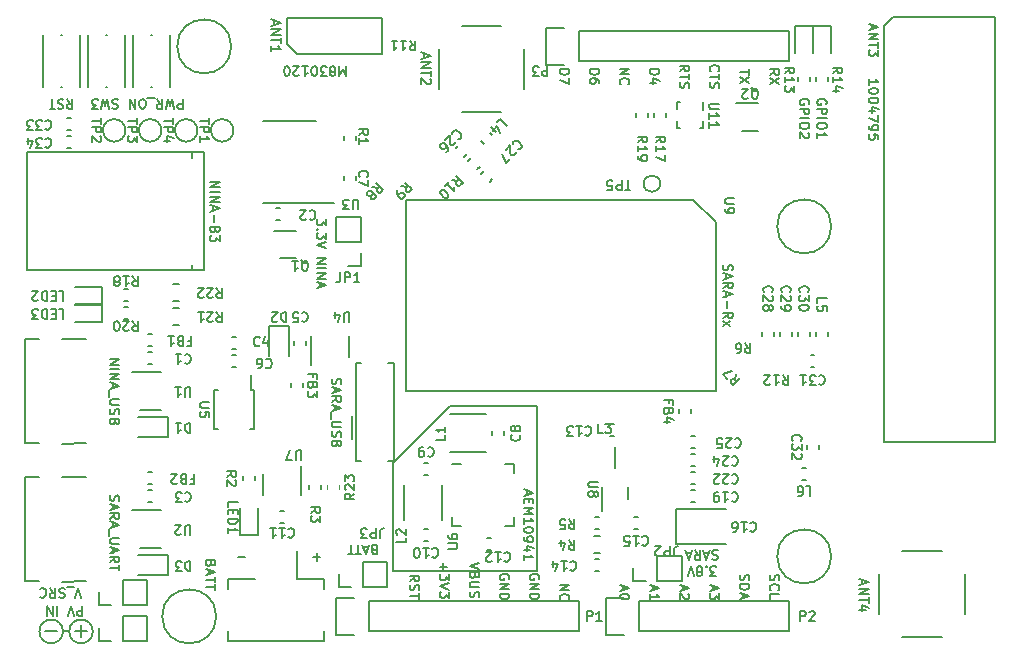
<source format=gbr>
G04 #@! TF.GenerationSoftware,KiCad,Pcbnew,(5.1.4)-1*
G04 #@! TF.CreationDate,2020-04-22T13:58:57+02:00*
G04 #@! TF.ProjectId,sara-rx-ab,73617261-2d72-4782-9d61-622e6b696361,rev?*
G04 #@! TF.SameCoordinates,Original*
G04 #@! TF.FileFunction,Legend,Top*
G04 #@! TF.FilePolarity,Positive*
%FSLAX46Y46*%
G04 Gerber Fmt 4.6, Leading zero omitted, Abs format (unit mm)*
G04 Created by KiCad (PCBNEW (5.1.4)-1) date 2020-04-22 13:58:57*
%MOMM*%
%LPD*%
G04 APERTURE LIST*
%ADD10C,0.152400*%
%ADD11C,0.150000*%
%ADD12C,0.200000*%
%ADD13C,0.120000*%
G04 APERTURE END LIST*
D10*
X143650304Y-120839895D02*
X144037352Y-120568961D01*
X143650304Y-120375438D02*
X144463104Y-120375438D01*
X144463104Y-120685076D01*
X144424400Y-120762485D01*
X144385695Y-120801190D01*
X144308285Y-120839895D01*
X144192171Y-120839895D01*
X144114761Y-120801190D01*
X144076057Y-120762485D01*
X144037352Y-120685076D01*
X144037352Y-120375438D01*
X143689009Y-121149533D02*
X143650304Y-121265647D01*
X143650304Y-121459171D01*
X143689009Y-121536580D01*
X143727714Y-121575285D01*
X143805123Y-121613990D01*
X143882533Y-121613990D01*
X143959942Y-121575285D01*
X143998647Y-121536580D01*
X144037352Y-121459171D01*
X144076057Y-121304352D01*
X144114761Y-121226942D01*
X144153466Y-121188238D01*
X144230876Y-121149533D01*
X144308285Y-121149533D01*
X144385695Y-121188238D01*
X144424400Y-121226942D01*
X144463104Y-121304352D01*
X144463104Y-121497876D01*
X144424400Y-121613990D01*
X144463104Y-121846219D02*
X144463104Y-122310676D01*
X143650304Y-122078447D02*
X144463104Y-122078447D01*
X146499942Y-119344923D02*
X146499942Y-119964200D01*
X146190304Y-119654561D02*
X146809580Y-119654561D01*
X147003104Y-120273838D02*
X147003104Y-120777000D01*
X146693466Y-120506066D01*
X146693466Y-120622180D01*
X146654761Y-120699590D01*
X146616057Y-120738295D01*
X146538647Y-120777000D01*
X146345123Y-120777000D01*
X146267714Y-120738295D01*
X146229009Y-120699590D01*
X146190304Y-120622180D01*
X146190304Y-120389952D01*
X146229009Y-120312542D01*
X146267714Y-120273838D01*
X147003104Y-121009228D02*
X146190304Y-121280161D01*
X147003104Y-121551095D01*
X147003104Y-121744619D02*
X147003104Y-122247780D01*
X146693466Y-121976847D01*
X146693466Y-122092961D01*
X146654761Y-122170371D01*
X146616057Y-122209076D01*
X146538647Y-122247780D01*
X146345123Y-122247780D01*
X146267714Y-122209076D01*
X146229009Y-122170371D01*
X146190304Y-122092961D01*
X146190304Y-121860733D01*
X146229009Y-121783323D01*
X146267714Y-121744619D01*
X149543104Y-119286866D02*
X148730304Y-119557800D01*
X149543104Y-119828733D01*
X149156057Y-120370600D02*
X149117352Y-120486714D01*
X149078647Y-120525419D01*
X149001238Y-120564123D01*
X148885123Y-120564123D01*
X148807714Y-120525419D01*
X148769009Y-120486714D01*
X148730304Y-120409304D01*
X148730304Y-120099666D01*
X149543104Y-120099666D01*
X149543104Y-120370600D01*
X149504400Y-120448009D01*
X149465695Y-120486714D01*
X149388285Y-120525419D01*
X149310876Y-120525419D01*
X149233466Y-120486714D01*
X149194761Y-120448009D01*
X149156057Y-120370600D01*
X149156057Y-120099666D01*
X149543104Y-120912466D02*
X148885123Y-120912466D01*
X148807714Y-120951171D01*
X148769009Y-120989876D01*
X148730304Y-121067285D01*
X148730304Y-121222104D01*
X148769009Y-121299514D01*
X148807714Y-121338219D01*
X148885123Y-121376923D01*
X149543104Y-121376923D01*
X148769009Y-121725266D02*
X148730304Y-121841380D01*
X148730304Y-122034904D01*
X148769009Y-122112314D01*
X148807714Y-122151019D01*
X148885123Y-122189723D01*
X148962533Y-122189723D01*
X149039942Y-122151019D01*
X149078647Y-122112314D01*
X149117352Y-122034904D01*
X149156057Y-121880085D01*
X149194761Y-121802676D01*
X149233466Y-121763971D01*
X149310876Y-121725266D01*
X149388285Y-121725266D01*
X149465695Y-121763971D01*
X149504400Y-121802676D01*
X149543104Y-121880085D01*
X149543104Y-122073609D01*
X149504400Y-122189723D01*
X152044400Y-120665723D02*
X152083104Y-120588314D01*
X152083104Y-120472200D01*
X152044400Y-120356085D01*
X151966990Y-120278676D01*
X151889580Y-120239971D01*
X151734761Y-120201266D01*
X151618647Y-120201266D01*
X151463828Y-120239971D01*
X151386419Y-120278676D01*
X151309009Y-120356085D01*
X151270304Y-120472200D01*
X151270304Y-120549609D01*
X151309009Y-120665723D01*
X151347714Y-120704428D01*
X151618647Y-120704428D01*
X151618647Y-120549609D01*
X151270304Y-121052771D02*
X152083104Y-121052771D01*
X151270304Y-121517228D01*
X152083104Y-121517228D01*
X151270304Y-121904276D02*
X152083104Y-121904276D01*
X152083104Y-122097800D01*
X152044400Y-122213914D01*
X151966990Y-122291323D01*
X151889580Y-122330028D01*
X151734761Y-122368733D01*
X151618647Y-122368733D01*
X151463828Y-122330028D01*
X151386419Y-122291323D01*
X151309009Y-122213914D01*
X151270304Y-122097800D01*
X151270304Y-121904276D01*
X154584400Y-120665723D02*
X154623104Y-120588314D01*
X154623104Y-120472200D01*
X154584400Y-120356085D01*
X154506990Y-120278676D01*
X154429580Y-120239971D01*
X154274761Y-120201266D01*
X154158647Y-120201266D01*
X154003828Y-120239971D01*
X153926419Y-120278676D01*
X153849009Y-120356085D01*
X153810304Y-120472200D01*
X153810304Y-120549609D01*
X153849009Y-120665723D01*
X153887714Y-120704428D01*
X154158647Y-120704428D01*
X154158647Y-120549609D01*
X153810304Y-121052771D02*
X154623104Y-121052771D01*
X153810304Y-121517228D01*
X154623104Y-121517228D01*
X153810304Y-121904276D02*
X154623104Y-121904276D01*
X154623104Y-122097800D01*
X154584400Y-122213914D01*
X154506990Y-122291323D01*
X154429580Y-122330028D01*
X154274761Y-122368733D01*
X154158647Y-122368733D01*
X154003828Y-122330028D01*
X153926419Y-122291323D01*
X153849009Y-122213914D01*
X153810304Y-122097800D01*
X153810304Y-121904276D01*
X156350304Y-121154371D02*
X157163104Y-121154371D01*
X156350304Y-121618828D01*
X157163104Y-121618828D01*
X156427714Y-122470333D02*
X156389009Y-122431628D01*
X156350304Y-122315514D01*
X156350304Y-122238104D01*
X156389009Y-122121990D01*
X156466419Y-122044580D01*
X156543828Y-122005876D01*
X156698647Y-121967171D01*
X156814761Y-121967171D01*
X156969580Y-122005876D01*
X157046990Y-122044580D01*
X157124400Y-122121990D01*
X157163104Y-122238104D01*
X157163104Y-122315514D01*
X157124400Y-122431628D01*
X157085695Y-122470333D01*
X161662533Y-121212428D02*
X161662533Y-121599476D01*
X161430304Y-121135019D02*
X162243104Y-121405952D01*
X161430304Y-121676885D01*
X162243104Y-122102638D02*
X162243104Y-122180047D01*
X162204400Y-122257457D01*
X162165695Y-122296161D01*
X162088285Y-122334866D01*
X161933466Y-122373571D01*
X161739942Y-122373571D01*
X161585123Y-122334866D01*
X161507714Y-122296161D01*
X161469009Y-122257457D01*
X161430304Y-122180047D01*
X161430304Y-122102638D01*
X161469009Y-122025228D01*
X161507714Y-121986523D01*
X161585123Y-121947819D01*
X161739942Y-121909114D01*
X161933466Y-121909114D01*
X162088285Y-121947819D01*
X162165695Y-121986523D01*
X162204400Y-122025228D01*
X162243104Y-122102638D01*
X164202533Y-121212428D02*
X164202533Y-121599476D01*
X163970304Y-121135019D02*
X164783104Y-121405952D01*
X163970304Y-121676885D01*
X163970304Y-122373571D02*
X163970304Y-121909114D01*
X163970304Y-122141342D02*
X164783104Y-122141342D01*
X164666990Y-122063933D01*
X164589580Y-121986523D01*
X164550876Y-121909114D01*
X166742533Y-121212428D02*
X166742533Y-121599476D01*
X166510304Y-121135019D02*
X167323104Y-121405952D01*
X166510304Y-121676885D01*
X167245695Y-121909114D02*
X167284400Y-121947819D01*
X167323104Y-122025228D01*
X167323104Y-122218752D01*
X167284400Y-122296161D01*
X167245695Y-122334866D01*
X167168285Y-122373571D01*
X167090876Y-122373571D01*
X166974761Y-122334866D01*
X166510304Y-121870409D01*
X166510304Y-122373571D01*
X169282533Y-121212428D02*
X169282533Y-121599476D01*
X169050304Y-121135019D02*
X169863104Y-121405952D01*
X169050304Y-121676885D01*
X169863104Y-121870409D02*
X169863104Y-122373571D01*
X169553466Y-122102638D01*
X169553466Y-122218752D01*
X169514761Y-122296161D01*
X169476057Y-122334866D01*
X169398647Y-122373571D01*
X169205123Y-122373571D01*
X169127714Y-122334866D01*
X169089009Y-122296161D01*
X169050304Y-122218752D01*
X169050304Y-121986523D01*
X169089009Y-121909114D01*
X169127714Y-121870409D01*
X171629009Y-120298028D02*
X171590304Y-120414142D01*
X171590304Y-120607666D01*
X171629009Y-120685076D01*
X171667714Y-120723780D01*
X171745123Y-120762485D01*
X171822533Y-120762485D01*
X171899942Y-120723780D01*
X171938647Y-120685076D01*
X171977352Y-120607666D01*
X172016057Y-120452847D01*
X172054761Y-120375438D01*
X172093466Y-120336733D01*
X172170876Y-120298028D01*
X172248285Y-120298028D01*
X172325695Y-120336733D01*
X172364400Y-120375438D01*
X172403104Y-120452847D01*
X172403104Y-120646371D01*
X172364400Y-120762485D01*
X171590304Y-121110828D02*
X172403104Y-121110828D01*
X172403104Y-121304352D01*
X172364400Y-121420466D01*
X172286990Y-121497876D01*
X172209580Y-121536580D01*
X172054761Y-121575285D01*
X171938647Y-121575285D01*
X171783828Y-121536580D01*
X171706419Y-121497876D01*
X171629009Y-121420466D01*
X171590304Y-121304352D01*
X171590304Y-121110828D01*
X171822533Y-121884923D02*
X171822533Y-122271971D01*
X171590304Y-121807514D02*
X172403104Y-122078447D01*
X171590304Y-122349380D01*
X174169009Y-120317380D02*
X174130304Y-120433495D01*
X174130304Y-120627019D01*
X174169009Y-120704428D01*
X174207714Y-120743133D01*
X174285123Y-120781838D01*
X174362533Y-120781838D01*
X174439942Y-120743133D01*
X174478647Y-120704428D01*
X174517352Y-120627019D01*
X174556057Y-120472200D01*
X174594761Y-120394790D01*
X174633466Y-120356085D01*
X174710876Y-120317380D01*
X174788285Y-120317380D01*
X174865695Y-120356085D01*
X174904400Y-120394790D01*
X174943104Y-120472200D01*
X174943104Y-120665723D01*
X174904400Y-120781838D01*
X174207714Y-121594638D02*
X174169009Y-121555933D01*
X174130304Y-121439819D01*
X174130304Y-121362409D01*
X174169009Y-121246295D01*
X174246419Y-121168885D01*
X174323828Y-121130180D01*
X174478647Y-121091476D01*
X174594761Y-121091476D01*
X174749580Y-121130180D01*
X174826990Y-121168885D01*
X174904400Y-121246295D01*
X174943104Y-121362409D01*
X174943104Y-121439819D01*
X174904400Y-121555933D01*
X174865695Y-121594638D01*
X174130304Y-122330028D02*
X174130304Y-121942980D01*
X174943104Y-121942980D01*
X156350304Y-77505076D02*
X157163104Y-77505076D01*
X157163104Y-77698600D01*
X157124400Y-77814714D01*
X157046990Y-77892123D01*
X156969580Y-77930828D01*
X156814761Y-77969533D01*
X156698647Y-77969533D01*
X156543828Y-77930828D01*
X156466419Y-77892123D01*
X156389009Y-77814714D01*
X156350304Y-77698600D01*
X156350304Y-77505076D01*
X157163104Y-78240466D02*
X157163104Y-78782333D01*
X156350304Y-78433990D01*
X158890304Y-77505076D02*
X159703104Y-77505076D01*
X159703104Y-77698600D01*
X159664400Y-77814714D01*
X159586990Y-77892123D01*
X159509580Y-77930828D01*
X159354761Y-77969533D01*
X159238647Y-77969533D01*
X159083828Y-77930828D01*
X159006419Y-77892123D01*
X158929009Y-77814714D01*
X158890304Y-77698600D01*
X158890304Y-77505076D01*
X159703104Y-78666219D02*
X159703104Y-78511400D01*
X159664400Y-78433990D01*
X159625695Y-78395285D01*
X159509580Y-78317876D01*
X159354761Y-78279171D01*
X159045123Y-78279171D01*
X158967714Y-78317876D01*
X158929009Y-78356580D01*
X158890304Y-78433990D01*
X158890304Y-78588809D01*
X158929009Y-78666219D01*
X158967714Y-78704923D01*
X159045123Y-78743628D01*
X159238647Y-78743628D01*
X159316057Y-78704923D01*
X159354761Y-78666219D01*
X159393466Y-78588809D01*
X159393466Y-78433990D01*
X159354761Y-78356580D01*
X159316057Y-78317876D01*
X159238647Y-78279171D01*
X161430304Y-77466371D02*
X162243104Y-77466371D01*
X161430304Y-77930828D01*
X162243104Y-77930828D01*
X161507714Y-78782333D02*
X161469009Y-78743628D01*
X161430304Y-78627514D01*
X161430304Y-78550104D01*
X161469009Y-78433990D01*
X161546419Y-78356580D01*
X161623828Y-78317876D01*
X161778647Y-78279171D01*
X161894761Y-78279171D01*
X162049580Y-78317876D01*
X162126990Y-78356580D01*
X162204400Y-78433990D01*
X162243104Y-78550104D01*
X162243104Y-78627514D01*
X162204400Y-78743628D01*
X162165695Y-78782333D01*
X163970304Y-77505076D02*
X164783104Y-77505076D01*
X164783104Y-77698600D01*
X164744400Y-77814714D01*
X164666990Y-77892123D01*
X164589580Y-77930828D01*
X164434761Y-77969533D01*
X164318647Y-77969533D01*
X164163828Y-77930828D01*
X164086419Y-77892123D01*
X164009009Y-77814714D01*
X163970304Y-77698600D01*
X163970304Y-77505076D01*
X164512171Y-78666219D02*
X163970304Y-78666219D01*
X164821809Y-78472695D02*
X164241238Y-78279171D01*
X164241238Y-78782333D01*
X166510304Y-77659895D02*
X166897352Y-77388961D01*
X166510304Y-77195438D02*
X167323104Y-77195438D01*
X167323104Y-77505076D01*
X167284400Y-77582485D01*
X167245695Y-77621190D01*
X167168285Y-77659895D01*
X167052171Y-77659895D01*
X166974761Y-77621190D01*
X166936057Y-77582485D01*
X166897352Y-77505076D01*
X166897352Y-77195438D01*
X167323104Y-77892123D02*
X167323104Y-78356580D01*
X166510304Y-78124352D02*
X167323104Y-78124352D01*
X166549009Y-78588809D02*
X166510304Y-78704923D01*
X166510304Y-78898447D01*
X166549009Y-78975857D01*
X166587714Y-79014561D01*
X166665123Y-79053266D01*
X166742533Y-79053266D01*
X166819942Y-79014561D01*
X166858647Y-78975857D01*
X166897352Y-78898447D01*
X166936057Y-78743628D01*
X166974761Y-78666219D01*
X167013466Y-78627514D01*
X167090876Y-78588809D01*
X167168285Y-78588809D01*
X167245695Y-78627514D01*
X167284400Y-78666219D01*
X167323104Y-78743628D01*
X167323104Y-78937152D01*
X167284400Y-79053266D01*
X169127714Y-77659895D02*
X169089009Y-77621190D01*
X169050304Y-77505076D01*
X169050304Y-77427666D01*
X169089009Y-77311552D01*
X169166419Y-77234142D01*
X169243828Y-77195438D01*
X169398647Y-77156733D01*
X169514761Y-77156733D01*
X169669580Y-77195438D01*
X169746990Y-77234142D01*
X169824400Y-77311552D01*
X169863104Y-77427666D01*
X169863104Y-77505076D01*
X169824400Y-77621190D01*
X169785695Y-77659895D01*
X169863104Y-77892123D02*
X169863104Y-78356580D01*
X169050304Y-78124352D02*
X169863104Y-78124352D01*
X169089009Y-78588809D02*
X169050304Y-78704923D01*
X169050304Y-78898447D01*
X169089009Y-78975857D01*
X169127714Y-79014561D01*
X169205123Y-79053266D01*
X169282533Y-79053266D01*
X169359942Y-79014561D01*
X169398647Y-78975857D01*
X169437352Y-78898447D01*
X169476057Y-78743628D01*
X169514761Y-78666219D01*
X169553466Y-78627514D01*
X169630876Y-78588809D01*
X169708285Y-78588809D01*
X169785695Y-78627514D01*
X169824400Y-78666219D01*
X169863104Y-78743628D01*
X169863104Y-78937152D01*
X169824400Y-79053266D01*
X172403104Y-77485723D02*
X172403104Y-77950180D01*
X171590304Y-77717952D02*
X172403104Y-77717952D01*
X172403104Y-78143704D02*
X171590304Y-78685571D01*
X172403104Y-78685571D02*
X171590304Y-78143704D01*
X174130304Y-77969533D02*
X174517352Y-77698600D01*
X174130304Y-77505076D02*
X174943104Y-77505076D01*
X174943104Y-77814714D01*
X174904400Y-77892123D01*
X174865695Y-77930828D01*
X174788285Y-77969533D01*
X174672171Y-77969533D01*
X174594761Y-77930828D01*
X174556057Y-77892123D01*
X174517352Y-77814714D01*
X174517352Y-77505076D01*
X174943104Y-78240466D02*
X174130304Y-78782333D01*
X174943104Y-78782333D02*
X174130304Y-78240466D01*
X115826419Y-122238104D02*
X115555485Y-121425304D01*
X115284552Y-122238104D01*
X115207142Y-121347895D02*
X114587866Y-121347895D01*
X114433047Y-121464009D02*
X114316933Y-121425304D01*
X114123409Y-121425304D01*
X114046000Y-121464009D01*
X114007295Y-121502714D01*
X113968590Y-121580123D01*
X113968590Y-121657533D01*
X114007295Y-121734942D01*
X114046000Y-121773647D01*
X114123409Y-121812352D01*
X114278228Y-121851057D01*
X114355638Y-121889761D01*
X114394342Y-121928466D01*
X114433047Y-122005876D01*
X114433047Y-122083285D01*
X114394342Y-122160695D01*
X114355638Y-122199400D01*
X114278228Y-122238104D01*
X114084704Y-122238104D01*
X113968590Y-122199400D01*
X113155790Y-121425304D02*
X113426723Y-121812352D01*
X113620247Y-121425304D02*
X113620247Y-122238104D01*
X113310609Y-122238104D01*
X113233200Y-122199400D01*
X113194495Y-122160695D01*
X113155790Y-122083285D01*
X113155790Y-121967171D01*
X113194495Y-121889761D01*
X113233200Y-121851057D01*
X113310609Y-121812352D01*
X113620247Y-121812352D01*
X112342990Y-121502714D02*
X112381695Y-121464009D01*
X112497809Y-121425304D01*
X112575219Y-121425304D01*
X112691333Y-121464009D01*
X112768742Y-121541419D01*
X112807447Y-121618828D01*
X112846152Y-121773647D01*
X112846152Y-121889761D01*
X112807447Y-122044580D01*
X112768742Y-122121990D01*
X112691333Y-122199400D01*
X112575219Y-122238104D01*
X112497809Y-122238104D01*
X112381695Y-122199400D01*
X112342990Y-122160695D01*
X170232009Y-94073133D02*
X170193304Y-94189247D01*
X170193304Y-94382771D01*
X170232009Y-94460180D01*
X170270714Y-94498885D01*
X170348123Y-94537590D01*
X170425533Y-94537590D01*
X170502942Y-94498885D01*
X170541647Y-94460180D01*
X170580352Y-94382771D01*
X170619057Y-94227952D01*
X170657761Y-94150542D01*
X170696466Y-94111838D01*
X170773876Y-94073133D01*
X170851285Y-94073133D01*
X170928695Y-94111838D01*
X170967400Y-94150542D01*
X171006104Y-94227952D01*
X171006104Y-94421476D01*
X170967400Y-94537590D01*
X170425533Y-94847228D02*
X170425533Y-95234276D01*
X170193304Y-94769819D02*
X171006104Y-95040752D01*
X170193304Y-95311685D01*
X170193304Y-96047076D02*
X170580352Y-95776142D01*
X170193304Y-95582619D02*
X171006104Y-95582619D01*
X171006104Y-95892257D01*
X170967400Y-95969666D01*
X170928695Y-96008371D01*
X170851285Y-96047076D01*
X170735171Y-96047076D01*
X170657761Y-96008371D01*
X170619057Y-95969666D01*
X170580352Y-95892257D01*
X170580352Y-95582619D01*
X170425533Y-96356714D02*
X170425533Y-96743761D01*
X170193304Y-96279304D02*
X171006104Y-96550238D01*
X170193304Y-96821171D01*
X170502942Y-97092104D02*
X170502942Y-97711380D01*
X170193304Y-98562885D02*
X170580352Y-98291952D01*
X170193304Y-98098428D02*
X171006104Y-98098428D01*
X171006104Y-98408066D01*
X170967400Y-98485476D01*
X170928695Y-98524180D01*
X170851285Y-98562885D01*
X170735171Y-98562885D01*
X170657761Y-98524180D01*
X170619057Y-98485476D01*
X170580352Y-98408066D01*
X170580352Y-98098428D01*
X170193304Y-98833819D02*
X170735171Y-99259571D01*
X170735171Y-98833819D02*
X170193304Y-99259571D01*
X137085009Y-103688847D02*
X137046304Y-103804961D01*
X137046304Y-103998485D01*
X137085009Y-104075895D01*
X137123714Y-104114600D01*
X137201123Y-104153304D01*
X137278533Y-104153304D01*
X137355942Y-104114600D01*
X137394647Y-104075895D01*
X137433352Y-103998485D01*
X137472057Y-103843666D01*
X137510761Y-103766257D01*
X137549466Y-103727552D01*
X137626876Y-103688847D01*
X137704285Y-103688847D01*
X137781695Y-103727552D01*
X137820400Y-103766257D01*
X137859104Y-103843666D01*
X137859104Y-104037190D01*
X137820400Y-104153304D01*
X137278533Y-104462942D02*
X137278533Y-104849990D01*
X137046304Y-104385533D02*
X137859104Y-104656466D01*
X137046304Y-104927400D01*
X137046304Y-105662790D02*
X137433352Y-105391857D01*
X137046304Y-105198333D02*
X137859104Y-105198333D01*
X137859104Y-105507971D01*
X137820400Y-105585380D01*
X137781695Y-105624085D01*
X137704285Y-105662790D01*
X137588171Y-105662790D01*
X137510761Y-105624085D01*
X137472057Y-105585380D01*
X137433352Y-105507971D01*
X137433352Y-105198333D01*
X137278533Y-105972428D02*
X137278533Y-106359476D01*
X137046304Y-105895019D02*
X137859104Y-106165952D01*
X137046304Y-106436885D01*
X136968895Y-106514295D02*
X136968895Y-107133571D01*
X137859104Y-107327095D02*
X137201123Y-107327095D01*
X137123714Y-107365800D01*
X137085009Y-107404504D01*
X137046304Y-107481914D01*
X137046304Y-107636733D01*
X137085009Y-107714142D01*
X137123714Y-107752847D01*
X137201123Y-107791552D01*
X137859104Y-107791552D01*
X137085009Y-108139895D02*
X137046304Y-108256009D01*
X137046304Y-108449533D01*
X137085009Y-108526942D01*
X137123714Y-108565647D01*
X137201123Y-108604352D01*
X137278533Y-108604352D01*
X137355942Y-108565647D01*
X137394647Y-108526942D01*
X137433352Y-108449533D01*
X137472057Y-108294714D01*
X137510761Y-108217304D01*
X137549466Y-108178600D01*
X137626876Y-108139895D01*
X137704285Y-108139895D01*
X137781695Y-108178600D01*
X137820400Y-108217304D01*
X137859104Y-108294714D01*
X137859104Y-108488238D01*
X137820400Y-108604352D01*
X137472057Y-109223628D02*
X137433352Y-109339742D01*
X137394647Y-109378447D01*
X137317238Y-109417152D01*
X137201123Y-109417152D01*
X137123714Y-109378447D01*
X137085009Y-109339742D01*
X137046304Y-109262333D01*
X137046304Y-108952695D01*
X137859104Y-108952695D01*
X137859104Y-109223628D01*
X137820400Y-109301038D01*
X137781695Y-109339742D01*
X137704285Y-109378447D01*
X137626876Y-109378447D01*
X137549466Y-109339742D01*
X137510761Y-109301038D01*
X137472057Y-109223628D01*
X137472057Y-108952695D01*
X140609561Y-118168057D02*
X140493447Y-118129352D01*
X140454742Y-118090647D01*
X140416038Y-118013238D01*
X140416038Y-117897123D01*
X140454742Y-117819714D01*
X140493447Y-117781009D01*
X140570857Y-117742304D01*
X140880495Y-117742304D01*
X140880495Y-118555104D01*
X140609561Y-118555104D01*
X140532152Y-118516400D01*
X140493447Y-118477695D01*
X140454742Y-118400285D01*
X140454742Y-118322876D01*
X140493447Y-118245466D01*
X140532152Y-118206761D01*
X140609561Y-118168057D01*
X140880495Y-118168057D01*
X140106400Y-117974533D02*
X139719352Y-117974533D01*
X140183809Y-117742304D02*
X139912876Y-118555104D01*
X139641942Y-117742304D01*
X139487123Y-118555104D02*
X139022666Y-118555104D01*
X139254895Y-117742304D02*
X139254895Y-118555104D01*
X138867847Y-118555104D02*
X138403390Y-118555104D01*
X138635619Y-117742304D02*
X138635619Y-118555104D01*
X129103361Y-118803057D02*
X129722638Y-118803057D01*
X135453361Y-118803057D02*
X136072638Y-118803057D01*
X135763000Y-119112695D02*
X135763000Y-118493419D01*
X118250304Y-102046314D02*
X119063104Y-102046314D01*
X118250304Y-102510771D01*
X119063104Y-102510771D01*
X118250304Y-102897819D02*
X119063104Y-102897819D01*
X118250304Y-103284866D02*
X119063104Y-103284866D01*
X118250304Y-103749323D01*
X119063104Y-103749323D01*
X118482533Y-104097666D02*
X118482533Y-104484714D01*
X118250304Y-104020257D02*
X119063104Y-104291190D01*
X118250304Y-104562123D01*
X118172895Y-104639533D02*
X118172895Y-105258809D01*
X119063104Y-105452333D02*
X118405123Y-105452333D01*
X118327714Y-105491038D01*
X118289009Y-105529742D01*
X118250304Y-105607152D01*
X118250304Y-105761971D01*
X118289009Y-105839380D01*
X118327714Y-105878085D01*
X118405123Y-105916790D01*
X119063104Y-105916790D01*
X118289009Y-106265133D02*
X118250304Y-106381247D01*
X118250304Y-106574771D01*
X118289009Y-106652180D01*
X118327714Y-106690885D01*
X118405123Y-106729590D01*
X118482533Y-106729590D01*
X118559942Y-106690885D01*
X118598647Y-106652180D01*
X118637352Y-106574771D01*
X118676057Y-106419952D01*
X118714761Y-106342542D01*
X118753466Y-106303838D01*
X118830876Y-106265133D01*
X118908285Y-106265133D01*
X118985695Y-106303838D01*
X119024400Y-106342542D01*
X119063104Y-106419952D01*
X119063104Y-106613476D01*
X119024400Y-106729590D01*
X118676057Y-107348866D02*
X118637352Y-107464980D01*
X118598647Y-107503685D01*
X118521238Y-107542390D01*
X118405123Y-107542390D01*
X118327714Y-107503685D01*
X118289009Y-107464980D01*
X118250304Y-107387571D01*
X118250304Y-107077933D01*
X119063104Y-107077933D01*
X119063104Y-107348866D01*
X119024400Y-107426276D01*
X118985695Y-107464980D01*
X118908285Y-107503685D01*
X118830876Y-107503685D01*
X118753466Y-107464980D01*
X118714761Y-107426276D01*
X118676057Y-107348866D01*
X118676057Y-107077933D01*
X118289009Y-113577914D02*
X118250304Y-113694028D01*
X118250304Y-113887552D01*
X118289009Y-113964961D01*
X118327714Y-114003666D01*
X118405123Y-114042371D01*
X118482533Y-114042371D01*
X118559942Y-114003666D01*
X118598647Y-113964961D01*
X118637352Y-113887552D01*
X118676057Y-113732733D01*
X118714761Y-113655323D01*
X118753466Y-113616619D01*
X118830876Y-113577914D01*
X118908285Y-113577914D01*
X118985695Y-113616619D01*
X119024400Y-113655323D01*
X119063104Y-113732733D01*
X119063104Y-113926257D01*
X119024400Y-114042371D01*
X118482533Y-114352009D02*
X118482533Y-114739057D01*
X118250304Y-114274600D02*
X119063104Y-114545533D01*
X118250304Y-114816466D01*
X118250304Y-115551857D02*
X118637352Y-115280923D01*
X118250304Y-115087400D02*
X119063104Y-115087400D01*
X119063104Y-115397038D01*
X119024400Y-115474447D01*
X118985695Y-115513152D01*
X118908285Y-115551857D01*
X118792171Y-115551857D01*
X118714761Y-115513152D01*
X118676057Y-115474447D01*
X118637352Y-115397038D01*
X118637352Y-115087400D01*
X118482533Y-115861495D02*
X118482533Y-116248542D01*
X118250304Y-115784085D02*
X119063104Y-116055019D01*
X118250304Y-116325952D01*
X118172895Y-116403361D02*
X118172895Y-117022638D01*
X119063104Y-117216161D02*
X118405123Y-117216161D01*
X118327714Y-117254866D01*
X118289009Y-117293571D01*
X118250304Y-117370980D01*
X118250304Y-117525800D01*
X118289009Y-117603209D01*
X118327714Y-117641914D01*
X118405123Y-117680619D01*
X119063104Y-117680619D01*
X118482533Y-118028961D02*
X118482533Y-118416009D01*
X118250304Y-117951552D02*
X119063104Y-118222485D01*
X118250304Y-118493419D01*
X118250304Y-119228809D02*
X118637352Y-118957876D01*
X118250304Y-118764352D02*
X119063104Y-118764352D01*
X119063104Y-119073990D01*
X119024400Y-119151400D01*
X118985695Y-119190104D01*
X118908285Y-119228809D01*
X118792171Y-119228809D01*
X118714761Y-119190104D01*
X118676057Y-119151400D01*
X118637352Y-119073990D01*
X118637352Y-118764352D01*
X119063104Y-119461038D02*
X119063104Y-119925495D01*
X118250304Y-119693266D02*
X119063104Y-119693266D01*
D11*
X154432000Y-106045000D02*
X154432000Y-120015000D01*
X147066000Y-106045000D02*
X154432000Y-106045000D01*
X142240000Y-110871000D02*
X147066000Y-106045000D01*
X142240000Y-120015000D02*
X142240000Y-110871000D01*
X154432000Y-120015000D02*
X142240000Y-120015000D01*
D10*
X138229219Y-77229304D02*
X138229219Y-78042104D01*
X137958285Y-77461533D01*
X137687352Y-78042104D01*
X137687352Y-77229304D01*
X137184190Y-77693761D02*
X137261600Y-77732466D01*
X137300304Y-77771171D01*
X137339009Y-77848580D01*
X137339009Y-77887285D01*
X137300304Y-77964695D01*
X137261600Y-78003400D01*
X137184190Y-78042104D01*
X137029371Y-78042104D01*
X136951961Y-78003400D01*
X136913257Y-77964695D01*
X136874552Y-77887285D01*
X136874552Y-77848580D01*
X136913257Y-77771171D01*
X136951961Y-77732466D01*
X137029371Y-77693761D01*
X137184190Y-77693761D01*
X137261600Y-77655057D01*
X137300304Y-77616352D01*
X137339009Y-77538942D01*
X137339009Y-77384123D01*
X137300304Y-77306714D01*
X137261600Y-77268009D01*
X137184190Y-77229304D01*
X137029371Y-77229304D01*
X136951961Y-77268009D01*
X136913257Y-77306714D01*
X136874552Y-77384123D01*
X136874552Y-77538942D01*
X136913257Y-77616352D01*
X136951961Y-77655057D01*
X137029371Y-77693761D01*
X136603619Y-78042104D02*
X136100457Y-78042104D01*
X136371390Y-77732466D01*
X136255276Y-77732466D01*
X136177866Y-77693761D01*
X136139161Y-77655057D01*
X136100457Y-77577647D01*
X136100457Y-77384123D01*
X136139161Y-77306714D01*
X136177866Y-77268009D01*
X136255276Y-77229304D01*
X136487504Y-77229304D01*
X136564914Y-77268009D01*
X136603619Y-77306714D01*
X135597295Y-78042104D02*
X135519885Y-78042104D01*
X135442476Y-78003400D01*
X135403771Y-77964695D01*
X135365066Y-77887285D01*
X135326361Y-77732466D01*
X135326361Y-77538942D01*
X135365066Y-77384123D01*
X135403771Y-77306714D01*
X135442476Y-77268009D01*
X135519885Y-77229304D01*
X135597295Y-77229304D01*
X135674704Y-77268009D01*
X135713409Y-77306714D01*
X135752114Y-77384123D01*
X135790819Y-77538942D01*
X135790819Y-77732466D01*
X135752114Y-77887285D01*
X135713409Y-77964695D01*
X135674704Y-78003400D01*
X135597295Y-78042104D01*
X134552266Y-77229304D02*
X135016723Y-77229304D01*
X134784495Y-77229304D02*
X134784495Y-78042104D01*
X134861904Y-77925990D01*
X134939314Y-77848580D01*
X135016723Y-77809876D01*
X134242628Y-77964695D02*
X134203923Y-78003400D01*
X134126514Y-78042104D01*
X133932990Y-78042104D01*
X133855580Y-78003400D01*
X133816876Y-77964695D01*
X133778171Y-77887285D01*
X133778171Y-77809876D01*
X133816876Y-77693761D01*
X134281333Y-77229304D01*
X133778171Y-77229304D01*
X133275009Y-78042104D02*
X133197600Y-78042104D01*
X133120190Y-78003400D01*
X133081485Y-77964695D01*
X133042780Y-77887285D01*
X133004076Y-77732466D01*
X133004076Y-77538942D01*
X133042780Y-77384123D01*
X133081485Y-77306714D01*
X133120190Y-77268009D01*
X133197600Y-77229304D01*
X133275009Y-77229304D01*
X133352419Y-77268009D01*
X133391123Y-77306714D01*
X133429828Y-77384123D01*
X133468533Y-77538942D01*
X133468533Y-77732466D01*
X133429828Y-77887285D01*
X133391123Y-77964695D01*
X133352419Y-78003400D01*
X133275009Y-78042104D01*
X182512304Y-78808942D02*
X182512304Y-78344485D01*
X182512304Y-78576714D02*
X183325104Y-78576714D01*
X183208990Y-78499304D01*
X183131580Y-78421895D01*
X183092876Y-78344485D01*
X183325104Y-79312104D02*
X183325104Y-79389514D01*
X183286400Y-79466923D01*
X183247695Y-79505628D01*
X183170285Y-79544333D01*
X183015466Y-79583038D01*
X182821942Y-79583038D01*
X182667123Y-79544333D01*
X182589714Y-79505628D01*
X182551009Y-79466923D01*
X182512304Y-79389514D01*
X182512304Y-79312104D01*
X182551009Y-79234695D01*
X182589714Y-79195990D01*
X182667123Y-79157285D01*
X182821942Y-79118580D01*
X183015466Y-79118580D01*
X183170285Y-79157285D01*
X183247695Y-79195990D01*
X183286400Y-79234695D01*
X183325104Y-79312104D01*
X183325104Y-80086200D02*
X183325104Y-80163609D01*
X183286400Y-80241019D01*
X183247695Y-80279723D01*
X183170285Y-80318428D01*
X183015466Y-80357133D01*
X182821942Y-80357133D01*
X182667123Y-80318428D01*
X182589714Y-80279723D01*
X182551009Y-80241019D01*
X182512304Y-80163609D01*
X182512304Y-80086200D01*
X182551009Y-80008790D01*
X182589714Y-79970085D01*
X182667123Y-79931380D01*
X182821942Y-79892676D01*
X183015466Y-79892676D01*
X183170285Y-79931380D01*
X183247695Y-79970085D01*
X183286400Y-80008790D01*
X183325104Y-80086200D01*
X183054171Y-81053819D02*
X182512304Y-81053819D01*
X183363809Y-80860295D02*
X182783238Y-80666771D01*
X182783238Y-81169933D01*
X183325104Y-81402161D02*
X183325104Y-81944028D01*
X182512304Y-81595685D01*
X182512304Y-82292371D02*
X182512304Y-82447190D01*
X182551009Y-82524600D01*
X182589714Y-82563304D01*
X182705828Y-82640714D01*
X182860647Y-82679419D01*
X183170285Y-82679419D01*
X183247695Y-82640714D01*
X183286400Y-82602009D01*
X183325104Y-82524600D01*
X183325104Y-82369780D01*
X183286400Y-82292371D01*
X183247695Y-82253666D01*
X183170285Y-82214961D01*
X182976761Y-82214961D01*
X182899352Y-82253666D01*
X182860647Y-82292371D01*
X182821942Y-82369780D01*
X182821942Y-82524600D01*
X182860647Y-82602009D01*
X182899352Y-82640714D01*
X182976761Y-82679419D01*
X183325104Y-83414809D02*
X183325104Y-83027761D01*
X182938057Y-82989057D01*
X182976761Y-83027761D01*
X183015466Y-83105171D01*
X183015466Y-83298695D01*
X182976761Y-83376104D01*
X182938057Y-83414809D01*
X182860647Y-83453514D01*
X182667123Y-83453514D01*
X182589714Y-83414809D01*
X182551009Y-83376104D01*
X182512304Y-83298695D01*
X182512304Y-83105171D01*
X182551009Y-83027761D01*
X182589714Y-82989057D01*
X126804057Y-119359438D02*
X126765352Y-119475552D01*
X126726647Y-119514257D01*
X126649238Y-119552961D01*
X126533123Y-119552961D01*
X126455714Y-119514257D01*
X126417009Y-119475552D01*
X126378304Y-119398142D01*
X126378304Y-119088504D01*
X127191104Y-119088504D01*
X127191104Y-119359438D01*
X127152400Y-119436847D01*
X127113695Y-119475552D01*
X127036285Y-119514257D01*
X126958876Y-119514257D01*
X126881466Y-119475552D01*
X126842761Y-119436847D01*
X126804057Y-119359438D01*
X126804057Y-119088504D01*
X126610533Y-119862600D02*
X126610533Y-120249647D01*
X126378304Y-119785190D02*
X127191104Y-120056123D01*
X126378304Y-120327057D01*
X127191104Y-120481876D02*
X127191104Y-120946333D01*
X126378304Y-120714104D02*
X127191104Y-120714104D01*
X127191104Y-121101152D02*
X127191104Y-121565609D01*
X126378304Y-121333380D02*
X127191104Y-121333380D01*
X115917133Y-122949304D02*
X115917133Y-123762104D01*
X115607495Y-123762104D01*
X115530085Y-123723400D01*
X115491380Y-123684695D01*
X115452676Y-123607285D01*
X115452676Y-123491171D01*
X115491380Y-123413761D01*
X115530085Y-123375057D01*
X115607495Y-123336352D01*
X115917133Y-123336352D01*
X115220447Y-123762104D02*
X114949514Y-122949304D01*
X114678580Y-123762104D01*
X113788371Y-122949304D02*
X113788371Y-123762104D01*
X113401323Y-122949304D02*
X113401323Y-123762104D01*
X112936866Y-122949304D01*
X112936866Y-123762104D01*
X169601847Y-120383904D02*
X169098685Y-120383904D01*
X169369619Y-120074266D01*
X169253504Y-120074266D01*
X169176095Y-120035561D01*
X169137390Y-119996857D01*
X169098685Y-119919447D01*
X169098685Y-119725923D01*
X169137390Y-119648514D01*
X169176095Y-119609809D01*
X169253504Y-119571104D01*
X169485733Y-119571104D01*
X169563142Y-119609809D01*
X169601847Y-119648514D01*
X168750342Y-119648514D02*
X168711638Y-119609809D01*
X168750342Y-119571104D01*
X168789047Y-119609809D01*
X168750342Y-119648514D01*
X168750342Y-119571104D01*
X168247180Y-120035561D02*
X168324590Y-120074266D01*
X168363295Y-120112971D01*
X168402000Y-120190380D01*
X168402000Y-120229085D01*
X168363295Y-120306495D01*
X168324590Y-120345200D01*
X168247180Y-120383904D01*
X168092361Y-120383904D01*
X168014952Y-120345200D01*
X167976247Y-120306495D01*
X167937542Y-120229085D01*
X167937542Y-120190380D01*
X167976247Y-120112971D01*
X168014952Y-120074266D01*
X168092361Y-120035561D01*
X168247180Y-120035561D01*
X168324590Y-119996857D01*
X168363295Y-119958152D01*
X168402000Y-119880742D01*
X168402000Y-119725923D01*
X168363295Y-119648514D01*
X168324590Y-119609809D01*
X168247180Y-119571104D01*
X168092361Y-119571104D01*
X168014952Y-119609809D01*
X167976247Y-119648514D01*
X167937542Y-119725923D01*
X167937542Y-119880742D01*
X167976247Y-119958152D01*
X168014952Y-119996857D01*
X168092361Y-120035561D01*
X167705314Y-120383904D02*
X167434380Y-119571104D01*
X167163447Y-120383904D01*
X169737314Y-118238209D02*
X169621200Y-118199504D01*
X169427676Y-118199504D01*
X169350266Y-118238209D01*
X169311561Y-118276914D01*
X169272857Y-118354323D01*
X169272857Y-118431733D01*
X169311561Y-118509142D01*
X169350266Y-118547847D01*
X169427676Y-118586552D01*
X169582495Y-118625257D01*
X169659904Y-118663961D01*
X169698609Y-118702666D01*
X169737314Y-118780076D01*
X169737314Y-118857485D01*
X169698609Y-118934895D01*
X169659904Y-118973600D01*
X169582495Y-119012304D01*
X169388971Y-119012304D01*
X169272857Y-118973600D01*
X168963219Y-118431733D02*
X168576171Y-118431733D01*
X169040628Y-118199504D02*
X168769695Y-119012304D01*
X168498761Y-118199504D01*
X167763371Y-118199504D02*
X168034304Y-118586552D01*
X168227828Y-118199504D02*
X168227828Y-119012304D01*
X167918190Y-119012304D01*
X167840780Y-118973600D01*
X167802076Y-118934895D01*
X167763371Y-118857485D01*
X167763371Y-118741371D01*
X167802076Y-118663961D01*
X167840780Y-118625257D01*
X167918190Y-118586552D01*
X168227828Y-118586552D01*
X167453733Y-118431733D02*
X167066685Y-118431733D01*
X167531142Y-118199504D02*
X167260209Y-119012304D01*
X166989276Y-118199504D01*
X136589104Y-90188142D02*
X136589104Y-90691304D01*
X136279466Y-90420371D01*
X136279466Y-90536485D01*
X136240761Y-90613895D01*
X136202057Y-90652600D01*
X136124647Y-90691304D01*
X135931123Y-90691304D01*
X135853714Y-90652600D01*
X135815009Y-90613895D01*
X135776304Y-90536485D01*
X135776304Y-90304257D01*
X135815009Y-90226847D01*
X135853714Y-90188142D01*
X135853714Y-91039647D02*
X135815009Y-91078352D01*
X135776304Y-91039647D01*
X135815009Y-91000942D01*
X135853714Y-91039647D01*
X135776304Y-91039647D01*
X136589104Y-91349285D02*
X136589104Y-91852447D01*
X136279466Y-91581514D01*
X136279466Y-91697628D01*
X136240761Y-91775038D01*
X136202057Y-91813742D01*
X136124647Y-91852447D01*
X135931123Y-91852447D01*
X135853714Y-91813742D01*
X135815009Y-91775038D01*
X135776304Y-91697628D01*
X135776304Y-91465400D01*
X135815009Y-91387990D01*
X135853714Y-91349285D01*
X136589104Y-92084676D02*
X135776304Y-92355609D01*
X136589104Y-92626542D01*
X135776304Y-93516752D02*
X136589104Y-93516752D01*
X135776304Y-93981209D01*
X136589104Y-93981209D01*
X135776304Y-94368257D02*
X136589104Y-94368257D01*
X135776304Y-94755304D02*
X136589104Y-94755304D01*
X135776304Y-95219761D01*
X136589104Y-95219761D01*
X136008533Y-95568104D02*
X136008533Y-95955152D01*
X135776304Y-95490695D02*
X136589104Y-95761628D01*
X135776304Y-96032561D01*
D12*
X161036000Y-109463000D02*
X161036000Y-111263000D01*
D11*
X137227000Y-88794000D02*
X131252000Y-88794000D01*
X135702000Y-81894000D02*
X131252000Y-81894000D01*
D13*
X136650000Y-112740221D02*
X136650000Y-113065779D01*
X137670000Y-112740221D02*
X137670000Y-113065779D01*
D11*
X162812000Y-81244221D02*
X162812000Y-81569779D01*
X163832000Y-81244221D02*
X163832000Y-81569779D01*
X168486000Y-80917000D02*
X168486000Y-80307000D01*
X166286000Y-80307000D02*
X166286000Y-80907000D01*
X166286000Y-80307000D02*
X166536000Y-80307000D01*
X166286000Y-82507000D02*
X166286000Y-81907000D01*
X166286000Y-82507000D02*
X166536000Y-82507000D01*
X168486000Y-82507000D02*
X168236000Y-82507000D01*
X168486000Y-82507000D02*
X168486000Y-81907000D01*
X125664000Y-82677000D02*
G75*
G03X125664000Y-82677000I-950000J0D01*
G01*
X122616000Y-82677000D02*
G75*
G03X122616000Y-82677000I-950000J0D01*
G01*
X119568000Y-82677000D02*
G75*
G03X119568000Y-82677000I-950000J0D01*
G01*
X128712000Y-82677000D02*
G75*
G03X128712000Y-82677000I-950000J0D01*
G01*
X166196000Y-117715000D02*
X170406000Y-117715000D01*
X166196000Y-114695000D02*
X166196000Y-117715000D01*
X170406000Y-114695000D02*
X166196000Y-114695000D01*
X138782000Y-108823000D02*
X138782000Y-106823000D01*
X142282000Y-102373000D02*
X141807000Y-102373000D01*
X142282000Y-110673000D02*
X142282000Y-102373000D01*
X141807000Y-110673000D02*
X142282000Y-110673000D01*
X139082000Y-102373000D02*
X139557000Y-102373000D01*
X139082000Y-110673000D02*
X139082000Y-102373000D01*
X139557000Y-110673000D02*
X139082000Y-110673000D01*
X111086000Y-120859000D02*
X112236000Y-120859000D01*
X111086000Y-112059000D02*
X111086000Y-120859000D01*
X112236000Y-112059000D02*
X111086000Y-112059000D01*
X116236000Y-112059000D02*
X114236000Y-112059000D01*
X116236000Y-120859000D02*
X114236000Y-120884000D01*
X111086000Y-109175000D02*
X112236000Y-109175000D01*
X111086000Y-100375000D02*
X111086000Y-109175000D01*
X112236000Y-100375000D02*
X111086000Y-100375000D01*
X116236000Y-100375000D02*
X114236000Y-100375000D01*
X116236000Y-109175000D02*
X114236000Y-109200000D01*
X121424000Y-122853000D02*
X121424000Y-120733000D01*
X119364000Y-122853000D02*
X121424000Y-122853000D01*
X119364000Y-120733000D02*
X121424000Y-120733000D01*
X119364000Y-122853000D02*
X119364000Y-120733000D01*
X118364000Y-122853000D02*
X117304000Y-122853000D01*
X117304000Y-122853000D02*
X117304000Y-121793000D01*
X137624000Y-121329000D02*
X137624000Y-120269000D01*
X138684000Y-121329000D02*
X137624000Y-121329000D01*
X139684000Y-121329000D02*
X139684000Y-119209000D01*
X139684000Y-119209000D02*
X141744000Y-119209000D01*
X139684000Y-121329000D02*
X141744000Y-121329000D01*
X141744000Y-121329000D02*
X141744000Y-119209000D01*
X162548000Y-120821000D02*
X162548000Y-119761000D01*
X163608000Y-120821000D02*
X162548000Y-120821000D01*
X164608000Y-120821000D02*
X164608000Y-118701000D01*
X164608000Y-118701000D02*
X166668000Y-118701000D01*
X164608000Y-120821000D02*
X166668000Y-120821000D01*
X166668000Y-120821000D02*
X166668000Y-118701000D01*
X139490000Y-94151000D02*
X138430000Y-94151000D01*
X139490000Y-93091000D02*
X139490000Y-94151000D01*
X139490000Y-92091000D02*
X137370000Y-92091000D01*
X137370000Y-92091000D02*
X137370000Y-90031000D01*
X139490000Y-92091000D02*
X139490000Y-90031000D01*
X139490000Y-90031000D02*
X137370000Y-90031000D01*
X128249000Y-125899000D02*
X128249000Y-125049000D01*
X136419000Y-125899000D02*
X128249000Y-125899000D01*
X136419000Y-125049000D02*
X136419000Y-125899000D01*
X128249000Y-120679000D02*
X130574000Y-120679000D01*
X128249000Y-121529000D02*
X128249000Y-120679000D01*
X134094000Y-120679000D02*
X134094000Y-118289000D01*
X136419000Y-120679000D02*
X134094000Y-120679000D01*
X136419000Y-121529000D02*
X136419000Y-120679000D01*
X123566422Y-97103000D02*
X124083578Y-97103000D01*
X123566422Y-95683000D02*
X124083578Y-95683000D01*
X124083578Y-97715000D02*
X123566422Y-97715000D01*
X124083578Y-99135000D02*
X123566422Y-99135000D01*
X159253422Y-118439000D02*
X159770578Y-118439000D01*
X159253422Y-117019000D02*
X159770578Y-117019000D01*
X135296000Y-100065000D02*
X135296000Y-102515000D01*
X138516000Y-101865000D02*
X138516000Y-100065000D01*
X122566000Y-114849000D02*
X120116000Y-114849000D01*
X120766000Y-118069000D02*
X122566000Y-118069000D01*
X122566000Y-103165000D02*
X120116000Y-103165000D01*
X120766000Y-106385000D02*
X122566000Y-106385000D01*
X159916000Y-114911000D02*
X159916000Y-112911000D01*
X162156000Y-112911000D02*
X162156000Y-113911000D01*
X159349221Y-116461000D02*
X159674779Y-116461000D01*
X159349221Y-115441000D02*
X159674779Y-115441000D01*
X162976779Y-115441000D02*
X162651221Y-115441000D01*
X162976779Y-116461000D02*
X162651221Y-116461000D01*
X159349221Y-120017000D02*
X159674779Y-120017000D01*
X159349221Y-118997000D02*
X159674779Y-118997000D01*
X160944779Y-107567000D02*
X160619221Y-107567000D01*
X160944779Y-108587000D02*
X160619221Y-108587000D01*
X115824000Y-125603000D02*
X115824000Y-124587000D01*
X116332000Y-125095000D02*
X115316000Y-125095000D01*
X113792000Y-125095000D02*
X112776000Y-125095000D01*
X114284000Y-125095000D02*
G75*
G03X114284000Y-125095000I-1000000J0D01*
G01*
X116808000Y-125095000D02*
G75*
G03X116808000Y-125095000I-1000000J0D01*
G01*
X114808000Y-125095000D02*
X114299000Y-125095000D01*
X147975000Y-110928000D02*
X147250000Y-110928000D01*
X152470000Y-116148000D02*
X152470000Y-115423000D01*
X151745000Y-116148000D02*
X152470000Y-116148000D01*
X147250000Y-116148000D02*
X147250000Y-115423000D01*
X147975000Y-116148000D02*
X147250000Y-116148000D01*
X152470000Y-110928000D02*
X152470000Y-111653000D01*
X151745000Y-110928000D02*
X152470000Y-110928000D01*
X117304000Y-125901000D02*
X117304000Y-124841000D01*
X118364000Y-125901000D02*
X117304000Y-125901000D01*
X119364000Y-125901000D02*
X119364000Y-123781000D01*
X119364000Y-123781000D02*
X121424000Y-123781000D01*
X119364000Y-125901000D02*
X121424000Y-125901000D01*
X121424000Y-125901000D02*
X121424000Y-123781000D01*
X126204000Y-94535000D02*
X125204000Y-94535000D01*
X126204000Y-84535000D02*
X125204000Y-84535000D01*
X126204000Y-94533720D02*
X126204000Y-84536280D01*
X125202440Y-84536280D02*
X111204500Y-84536280D01*
X111204500Y-84536280D02*
X111204500Y-94533720D01*
X111204500Y-94533720D02*
X125202440Y-94533720D01*
X125204000Y-84535000D02*
X125204000Y-85035000D01*
X125204000Y-94535000D02*
X125204000Y-94035000D01*
X164847500Y-87185500D02*
G75*
G03X164847500Y-87185500I-700000J0D01*
G01*
X130228000Y-104624000D02*
X130228000Y-103399000D01*
X127103000Y-104624000D02*
X127103000Y-107974000D01*
X130453000Y-104624000D02*
X130453000Y-107974000D01*
X127103000Y-104624000D02*
X127403000Y-104624000D01*
X127103000Y-107974000D02*
X127403000Y-107974000D01*
X130453000Y-107974000D02*
X130153000Y-107974000D01*
X130453000Y-104624000D02*
X130228000Y-104624000D01*
X179072000Y-78521779D02*
X179072000Y-78196221D01*
X178052000Y-78521779D02*
X178052000Y-78196221D01*
X177548000Y-78521779D02*
X177548000Y-78196221D01*
X176528000Y-78521779D02*
X176528000Y-78196221D01*
X148831246Y-85033816D02*
X148601041Y-85264021D01*
X149552495Y-85755065D02*
X149322290Y-85985270D01*
X136146000Y-113065779D02*
X136146000Y-112740221D01*
X135126000Y-113065779D02*
X135126000Y-112740221D01*
X129538000Y-111978221D02*
X129538000Y-112303779D01*
X130558000Y-111978221D02*
X130558000Y-112303779D01*
X139067000Y-83474779D02*
X139067000Y-83149221D01*
X138047000Y-83474779D02*
X138047000Y-83149221D01*
X121828779Y-111631000D02*
X121503221Y-111631000D01*
X121828779Y-112651000D02*
X121503221Y-112651000D01*
X123166000Y-120357000D02*
X120616000Y-120357000D01*
X123166000Y-118657000D02*
X120616000Y-118657000D01*
X123166000Y-120357000D02*
X123166000Y-118657000D01*
X117563000Y-97436000D02*
X115278000Y-97436000D01*
X117563000Y-98906000D02*
X117563000Y-97436000D01*
X115278000Y-98906000D02*
X117563000Y-98906000D01*
X117563000Y-95912000D02*
X115278000Y-95912000D01*
X117563000Y-97382000D02*
X117563000Y-95912000D01*
X115278000Y-97382000D02*
X117563000Y-97382000D01*
X177827000Y-73826000D02*
X177827000Y-76111000D01*
X179297000Y-73826000D02*
X177827000Y-73826000D01*
X179297000Y-76111000D02*
X179297000Y-73826000D01*
X176303000Y-73826000D02*
X176303000Y-76111000D01*
X177773000Y-73826000D02*
X176303000Y-73826000D01*
X177773000Y-76111000D02*
X177773000Y-73826000D01*
X130783000Y-116928000D02*
X130783000Y-114643000D01*
X129313000Y-116928000D02*
X130783000Y-116928000D01*
X129313000Y-114643000D02*
X129313000Y-116928000D01*
X133438000Y-99211000D02*
X133438000Y-101761000D01*
X131738000Y-99211000D02*
X131738000Y-101761000D01*
X133438000Y-99211000D02*
X131738000Y-99211000D01*
X123166000Y-108673000D02*
X120616000Y-108673000D01*
X123166000Y-106973000D02*
X120616000Y-106973000D01*
X123166000Y-108673000D02*
X123166000Y-106973000D01*
X128615221Y-102745000D02*
X128940779Y-102745000D01*
X128615221Y-101725000D02*
X128940779Y-101725000D01*
X128615221Y-101221000D02*
X128940779Y-101221000D01*
X128615221Y-100201000D02*
X128940779Y-100201000D01*
X121828779Y-113155000D02*
X121503221Y-113155000D01*
X121828779Y-114175000D02*
X121503221Y-114175000D01*
X167477221Y-109603000D02*
X167802779Y-109603000D01*
X167477221Y-108583000D02*
X167802779Y-108583000D01*
X167477221Y-111127000D02*
X167802779Y-111127000D01*
X167477221Y-110107000D02*
X167802779Y-110107000D01*
X167477221Y-112651000D02*
X167802779Y-112651000D01*
X167477221Y-111631000D02*
X167802779Y-111631000D01*
X167477221Y-114175000D02*
X167802779Y-114175000D01*
X167477221Y-113155000D02*
X167802779Y-113155000D01*
X167438800Y-106614179D02*
X167438800Y-106288621D01*
X166418800Y-106614179D02*
X166418800Y-106288621D01*
X121828779Y-99947000D02*
X121503221Y-99947000D01*
X121828779Y-100967000D02*
X121503221Y-100967000D01*
X164336000Y-81244221D02*
X164336000Y-81569779D01*
X165356000Y-81244221D02*
X165356000Y-81569779D01*
X119471221Y-98681000D02*
X119796779Y-98681000D01*
X119471221Y-97661000D02*
X119796779Y-97661000D01*
X119471221Y-97157000D02*
X119796779Y-97157000D01*
X119471221Y-96137000D02*
X119796779Y-96137000D01*
X177200779Y-111250000D02*
X176875221Y-111250000D01*
X177200779Y-112270000D02*
X176875221Y-112270000D01*
X179024000Y-100111779D02*
X179024000Y-99786221D01*
X178004000Y-100111779D02*
X178004000Y-99786221D01*
X149678671Y-83599804D02*
X149908876Y-83830009D01*
X150399920Y-82878555D02*
X150630125Y-83108760D01*
X114970779Y-83183000D02*
X114645221Y-83183000D01*
X114970779Y-84203000D02*
X114645221Y-84203000D01*
X114970779Y-81659000D02*
X114645221Y-81659000D01*
X114970779Y-82679000D02*
X114645221Y-82679000D01*
X178310000Y-109636779D02*
X178310000Y-109311221D01*
X177290000Y-109636779D02*
X177290000Y-109311221D01*
X177914779Y-101725000D02*
X177589221Y-101725000D01*
X177914779Y-102745000D02*
X177589221Y-102745000D01*
X176480000Y-99786221D02*
X176480000Y-100111779D01*
X177500000Y-99786221D02*
X177500000Y-100111779D01*
X175976000Y-100111779D02*
X175976000Y-99786221D01*
X174956000Y-100111779D02*
X174956000Y-99786221D01*
X173432000Y-99786221D02*
X173432000Y-100111779D01*
X174452000Y-99786221D02*
X174452000Y-100111779D01*
X150399920Y-87062901D02*
X150630125Y-86832696D01*
X149678671Y-86341652D02*
X149908876Y-86111447D01*
X147753615Y-83956186D02*
X147523410Y-84186391D01*
X148474864Y-84677435D02*
X148244659Y-84907640D01*
X150530779Y-117219000D02*
X150205221Y-117219000D01*
X150530779Y-118239000D02*
X150205221Y-118239000D01*
X132679221Y-115953000D02*
X133004779Y-115953000D01*
X132679221Y-114933000D02*
X133004779Y-114933000D01*
X145196779Y-116457000D02*
X144871221Y-116457000D01*
X145196779Y-117477000D02*
X144871221Y-117477000D01*
X144871221Y-111889000D02*
X145196779Y-111889000D01*
X144871221Y-110869000D02*
X145196779Y-110869000D01*
X151640000Y-108493779D02*
X151640000Y-108168221D01*
X150620000Y-108493779D02*
X150620000Y-108168221D01*
X139067000Y-86903779D02*
X139067000Y-86578221D01*
X138047000Y-86903779D02*
X138047000Y-86578221D01*
X134876000Y-100873779D02*
X134876000Y-100548221D01*
X133856000Y-100873779D02*
X133856000Y-100548221D01*
X132323721Y-90299000D02*
X132649279Y-90299000D01*
X132323721Y-89279000D02*
X132649279Y-89279000D01*
X121503221Y-102491000D02*
X121828779Y-102491000D01*
X121503221Y-101471000D02*
X121828779Y-101471000D01*
X133602000Y-104104221D02*
X133602000Y-104429779D01*
X134622000Y-104104221D02*
X134622000Y-104429779D01*
X131232000Y-111749000D02*
X131232000Y-113549000D01*
X134452000Y-113549000D02*
X134452000Y-111099000D01*
X183413000Y-120260000D02*
X183413000Y-123580000D01*
X190633000Y-120260000D02*
X190633000Y-123580000D01*
X185363000Y-125530000D02*
X188683000Y-125530000D01*
X185363000Y-118310000D02*
X188683000Y-118310000D01*
X121843000Y-79035000D02*
X121743000Y-79035000D01*
X120243000Y-74635000D02*
X120243000Y-79035000D01*
X123343000Y-79035000D02*
X123343000Y-74635000D01*
X121843000Y-74635000D02*
X121743000Y-74635000D01*
X148073000Y-81080000D02*
X151393000Y-81080000D01*
X148073000Y-73860000D02*
X151393000Y-73860000D01*
X153343000Y-79130000D02*
X153343000Y-75810000D01*
X146123000Y-79130000D02*
X146123000Y-75810000D01*
X117933000Y-74635000D02*
X118033000Y-74635000D01*
X119533000Y-79035000D02*
X119533000Y-74635000D01*
X116433000Y-74635000D02*
X116433000Y-79035000D01*
X117933000Y-79035000D02*
X118033000Y-79035000D01*
X134087000Y-76176000D02*
X133287000Y-75376000D01*
X133287000Y-75376000D02*
X133287000Y-73176000D01*
X133287000Y-73176000D02*
X141287000Y-73176000D01*
X141287000Y-73176000D02*
X141287000Y-76176000D01*
X141287000Y-76176000D02*
X134087000Y-76176000D01*
X173166000Y-80374000D02*
X171266000Y-80374000D01*
X171766000Y-82694000D02*
X173166000Y-82694000D01*
X132650000Y-93489000D02*
X134050000Y-93489000D01*
X134050000Y-91169000D02*
X132150000Y-91169000D01*
X183795000Y-109059000D02*
X183795000Y-73859000D01*
X193195000Y-109059000D02*
X183795000Y-109059000D01*
X193195000Y-73059000D02*
X193195000Y-109059000D01*
X184595000Y-73059000D02*
X193195000Y-73059000D01*
X183795000Y-73859000D02*
X184595000Y-73059000D01*
X114123000Y-74635000D02*
X114223000Y-74635000D01*
X115723000Y-79035000D02*
X115723000Y-74635000D01*
X112623000Y-74635000D02*
X112623000Y-79035000D01*
X114123000Y-79035000D02*
X114223000Y-79035000D01*
X169574000Y-90447000D02*
X167664000Y-88537000D01*
X169574000Y-104757000D02*
X169574000Y-90447000D01*
X143354000Y-104757000D02*
X143354000Y-88537000D01*
X167664000Y-88537000D02*
X143354000Y-88537000D01*
X169574000Y-104757000D02*
X143354000Y-104757000D01*
X146380000Y-115673000D02*
X146380000Y-112673000D01*
X143180000Y-115673000D02*
X143180000Y-112673000D01*
X150090000Y-106731000D02*
X147090000Y-106731000D01*
X150090000Y-109931000D02*
X147090000Y-109931000D01*
X140208000Y-125095000D02*
X157988000Y-125095000D01*
X157988000Y-125095000D02*
X157988000Y-122555000D01*
X157988000Y-122555000D02*
X140208000Y-122555000D01*
X137388000Y-125375000D02*
X138938000Y-125375000D01*
X140208000Y-125095000D02*
X140208000Y-122555000D01*
X138938000Y-122275000D02*
X137388000Y-122275000D01*
X137388000Y-122275000D02*
X137388000Y-125375000D01*
X160248000Y-122275000D02*
X160248000Y-125375000D01*
X161798000Y-122275000D02*
X160248000Y-122275000D01*
X163068000Y-125095000D02*
X163068000Y-122555000D01*
X160248000Y-125375000D02*
X161798000Y-125375000D01*
X175768000Y-122555000D02*
X163068000Y-122555000D01*
X175768000Y-125095000D02*
X175768000Y-122555000D01*
X163068000Y-125095000D02*
X175768000Y-125095000D01*
X155168000Y-74015000D02*
X155168000Y-77115000D01*
X156718000Y-74015000D02*
X155168000Y-74015000D01*
X157988000Y-76835000D02*
X157988000Y-74295000D01*
X155168000Y-77115000D02*
X156718000Y-77115000D01*
X175768000Y-74295000D02*
X157988000Y-74295000D01*
X175768000Y-76835000D02*
X175768000Y-74295000D01*
X157988000Y-76835000D02*
X175768000Y-76835000D01*
X127254000Y-123825000D02*
G75*
G03X127254000Y-123825000I-2286000J0D01*
G01*
X179324000Y-118745000D02*
G75*
G03X179324000Y-118745000I-2286000J0D01*
G01*
X128524000Y-75565000D02*
G75*
G03X128524000Y-75565000I-2286000J0D01*
G01*
X179324000Y-90805000D02*
G75*
G03X179324000Y-90805000I-2286000J0D01*
G01*
D10*
X160011533Y-108317695D02*
X159624485Y-108317695D01*
X159624485Y-107504895D01*
X160205057Y-107504895D02*
X160708219Y-107504895D01*
X160437285Y-107814533D01*
X160553400Y-107814533D01*
X160630809Y-107853238D01*
X160669514Y-107891942D01*
X160708219Y-107969352D01*
X160708219Y-108162876D01*
X160669514Y-108240285D01*
X160630809Y-108278990D01*
X160553400Y-108317695D01*
X160321171Y-108317695D01*
X160243761Y-108278990D01*
X160205057Y-108240285D01*
X139303276Y-89345104D02*
X139303276Y-88687123D01*
X139264571Y-88609714D01*
X139225866Y-88571009D01*
X139148457Y-88532304D01*
X138993638Y-88532304D01*
X138916228Y-88571009D01*
X138877523Y-88609714D01*
X138838819Y-88687123D01*
X138838819Y-89345104D01*
X138529180Y-89345104D02*
X138026019Y-89345104D01*
X138296952Y-89035466D01*
X138180838Y-89035466D01*
X138103428Y-88996761D01*
X138064723Y-88958057D01*
X138026019Y-88880647D01*
X138026019Y-88687123D01*
X138064723Y-88609714D01*
X138103428Y-88571009D01*
X138180838Y-88532304D01*
X138413066Y-88532304D01*
X138490476Y-88571009D01*
X138529180Y-88609714D01*
X138957695Y-113425514D02*
X138570647Y-113696447D01*
X138957695Y-113889971D02*
X138144895Y-113889971D01*
X138144895Y-113580333D01*
X138183600Y-113502923D01*
X138222304Y-113464219D01*
X138299714Y-113425514D01*
X138415828Y-113425514D01*
X138493238Y-113464219D01*
X138531942Y-113502923D01*
X138570647Y-113580333D01*
X138570647Y-113889971D01*
X138222304Y-113115876D02*
X138183600Y-113077171D01*
X138144895Y-112999761D01*
X138144895Y-112806238D01*
X138183600Y-112728828D01*
X138222304Y-112690123D01*
X138299714Y-112651419D01*
X138377123Y-112651419D01*
X138493238Y-112690123D01*
X138957695Y-113154580D01*
X138957695Y-112651419D01*
X138144895Y-112380485D02*
X138144895Y-111877323D01*
X138454533Y-112148257D01*
X138454533Y-112032142D01*
X138493238Y-111954733D01*
X138531942Y-111916028D01*
X138609352Y-111877323D01*
X138802876Y-111877323D01*
X138880285Y-111916028D01*
X138918990Y-111954733D01*
X138957695Y-112032142D01*
X138957695Y-112264371D01*
X138918990Y-112341780D01*
X138880285Y-112380485D01*
X162954304Y-83678485D02*
X163341352Y-83407552D01*
X162954304Y-83214028D02*
X163767104Y-83214028D01*
X163767104Y-83523666D01*
X163728400Y-83601076D01*
X163689695Y-83639780D01*
X163612285Y-83678485D01*
X163496171Y-83678485D01*
X163418761Y-83639780D01*
X163380057Y-83601076D01*
X163341352Y-83523666D01*
X163341352Y-83214028D01*
X162954304Y-84452580D02*
X162954304Y-83988123D01*
X162954304Y-84220352D02*
X163767104Y-84220352D01*
X163650990Y-84142942D01*
X163573580Y-84065533D01*
X163534876Y-83988123D01*
X162954304Y-84839628D02*
X162954304Y-84994447D01*
X162993009Y-85071857D01*
X163031714Y-85110561D01*
X163147828Y-85187971D01*
X163302647Y-85226676D01*
X163612285Y-85226676D01*
X163689695Y-85187971D01*
X163728400Y-85149266D01*
X163767104Y-85071857D01*
X163767104Y-84917038D01*
X163728400Y-84839628D01*
X163689695Y-84800923D01*
X163612285Y-84762219D01*
X163418761Y-84762219D01*
X163341352Y-84800923D01*
X163302647Y-84839628D01*
X163263942Y-84917038D01*
X163263942Y-85071857D01*
X163302647Y-85149266D01*
X163341352Y-85187971D01*
X163418761Y-85226676D01*
X169831104Y-80400676D02*
X169173123Y-80400676D01*
X169095714Y-80439380D01*
X169057009Y-80478085D01*
X169018304Y-80555495D01*
X169018304Y-80710314D01*
X169057009Y-80787723D01*
X169095714Y-80826428D01*
X169173123Y-80865133D01*
X169831104Y-80865133D01*
X169018304Y-81677933D02*
X169018304Y-81213476D01*
X169018304Y-81445704D02*
X169831104Y-81445704D01*
X169714990Y-81368295D01*
X169637580Y-81290885D01*
X169598876Y-81213476D01*
X169018304Y-82452028D02*
X169018304Y-81987571D01*
X169018304Y-82219800D02*
X169831104Y-82219800D01*
X169714990Y-82142390D01*
X169637580Y-82064980D01*
X169598876Y-81987571D01*
X123635104Y-81651323D02*
X123635104Y-82115780D01*
X122822304Y-81883552D02*
X123635104Y-81883552D01*
X122822304Y-82386714D02*
X123635104Y-82386714D01*
X123635104Y-82696352D01*
X123596400Y-82773761D01*
X123557695Y-82812466D01*
X123480285Y-82851171D01*
X123364171Y-82851171D01*
X123286761Y-82812466D01*
X123248057Y-82773761D01*
X123209352Y-82696352D01*
X123209352Y-82386714D01*
X123364171Y-83547857D02*
X122822304Y-83547857D01*
X123673809Y-83354333D02*
X123093238Y-83160809D01*
X123093238Y-83663971D01*
X120587104Y-81651323D02*
X120587104Y-82115780D01*
X119774304Y-81883552D02*
X120587104Y-81883552D01*
X119774304Y-82386714D02*
X120587104Y-82386714D01*
X120587104Y-82696352D01*
X120548400Y-82773761D01*
X120509695Y-82812466D01*
X120432285Y-82851171D01*
X120316171Y-82851171D01*
X120238761Y-82812466D01*
X120200057Y-82773761D01*
X120161352Y-82696352D01*
X120161352Y-82386714D01*
X120587104Y-83122104D02*
X120587104Y-83625266D01*
X120277466Y-83354333D01*
X120277466Y-83470447D01*
X120238761Y-83547857D01*
X120200057Y-83586561D01*
X120122647Y-83625266D01*
X119929123Y-83625266D01*
X119851714Y-83586561D01*
X119813009Y-83547857D01*
X119774304Y-83470447D01*
X119774304Y-83238219D01*
X119813009Y-83160809D01*
X119851714Y-83122104D01*
X117539104Y-81651323D02*
X117539104Y-82115780D01*
X116726304Y-81883552D02*
X117539104Y-81883552D01*
X116726304Y-82386714D02*
X117539104Y-82386714D01*
X117539104Y-82696352D01*
X117500400Y-82773761D01*
X117461695Y-82812466D01*
X117384285Y-82851171D01*
X117268171Y-82851171D01*
X117190761Y-82812466D01*
X117152057Y-82773761D01*
X117113352Y-82696352D01*
X117113352Y-82386714D01*
X117461695Y-83160809D02*
X117500400Y-83199514D01*
X117539104Y-83276923D01*
X117539104Y-83470447D01*
X117500400Y-83547857D01*
X117461695Y-83586561D01*
X117384285Y-83625266D01*
X117306876Y-83625266D01*
X117190761Y-83586561D01*
X116726304Y-83122104D01*
X116726304Y-83625266D01*
X126683104Y-81651323D02*
X126683104Y-82115780D01*
X125870304Y-81883552D02*
X126683104Y-81883552D01*
X125870304Y-82386714D02*
X126683104Y-82386714D01*
X126683104Y-82696352D01*
X126644400Y-82773761D01*
X126605695Y-82812466D01*
X126528285Y-82851171D01*
X126412171Y-82851171D01*
X126334761Y-82812466D01*
X126296057Y-82773761D01*
X126257352Y-82696352D01*
X126257352Y-82386714D01*
X125870304Y-83625266D02*
X125870304Y-83160809D01*
X125870304Y-83393038D02*
X126683104Y-83393038D01*
X126566990Y-83315628D01*
X126489580Y-83238219D01*
X126450876Y-83160809D01*
X172480514Y-115914714D02*
X172519219Y-115876009D01*
X172635333Y-115837304D01*
X172712742Y-115837304D01*
X172828857Y-115876009D01*
X172906266Y-115953419D01*
X172944971Y-116030828D01*
X172983676Y-116185647D01*
X172983676Y-116301761D01*
X172944971Y-116456580D01*
X172906266Y-116533990D01*
X172828857Y-116611400D01*
X172712742Y-116650104D01*
X172635333Y-116650104D01*
X172519219Y-116611400D01*
X172480514Y-116572695D01*
X171706419Y-115837304D02*
X172170876Y-115837304D01*
X171938647Y-115837304D02*
X171938647Y-116650104D01*
X172016057Y-116533990D01*
X172093466Y-116456580D01*
X172170876Y-116417876D01*
X171009733Y-116650104D02*
X171164552Y-116650104D01*
X171241961Y-116611400D01*
X171280666Y-116572695D01*
X171358076Y-116456580D01*
X171396780Y-116301761D01*
X171396780Y-115992123D01*
X171358076Y-115914714D01*
X171319371Y-115876009D01*
X171241961Y-115837304D01*
X171087142Y-115837304D01*
X171009733Y-115876009D01*
X170971028Y-115914714D01*
X170932323Y-115992123D01*
X170932323Y-116185647D01*
X170971028Y-116263057D01*
X171009733Y-116301761D01*
X171087142Y-116340466D01*
X171241961Y-116340466D01*
X171319371Y-116301761D01*
X171358076Y-116263057D01*
X171396780Y-116185647D01*
X141139333Y-117158104D02*
X141139333Y-116577533D01*
X141178038Y-116461419D01*
X141255447Y-116384009D01*
X141371561Y-116345304D01*
X141448971Y-116345304D01*
X140752285Y-116345304D02*
X140752285Y-117158104D01*
X140442647Y-117158104D01*
X140365238Y-117119400D01*
X140326533Y-117080695D01*
X140287828Y-117003285D01*
X140287828Y-116887171D01*
X140326533Y-116809761D01*
X140365238Y-116771057D01*
X140442647Y-116732352D01*
X140752285Y-116732352D01*
X140016895Y-117158104D02*
X139513733Y-117158104D01*
X139784666Y-116848466D01*
X139668552Y-116848466D01*
X139591142Y-116809761D01*
X139552438Y-116771057D01*
X139513733Y-116693647D01*
X139513733Y-116500123D01*
X139552438Y-116422714D01*
X139591142Y-116384009D01*
X139668552Y-116345304D01*
X139900780Y-116345304D01*
X139978190Y-116384009D01*
X140016895Y-116422714D01*
X166031333Y-118682104D02*
X166031333Y-118101533D01*
X166070038Y-117985419D01*
X166147447Y-117908009D01*
X166263561Y-117869304D01*
X166340971Y-117869304D01*
X165644285Y-117869304D02*
X165644285Y-118682104D01*
X165334647Y-118682104D01*
X165257238Y-118643400D01*
X165218533Y-118604695D01*
X165179828Y-118527285D01*
X165179828Y-118411171D01*
X165218533Y-118333761D01*
X165257238Y-118295057D01*
X165334647Y-118256352D01*
X165644285Y-118256352D01*
X164870190Y-118604695D02*
X164831485Y-118643400D01*
X164754076Y-118682104D01*
X164560552Y-118682104D01*
X164483142Y-118643400D01*
X164444438Y-118604695D01*
X164405733Y-118527285D01*
X164405733Y-118449876D01*
X164444438Y-118333761D01*
X164908895Y-117869304D01*
X164405733Y-117869304D01*
X137752666Y-94705895D02*
X137752666Y-95286466D01*
X137713961Y-95402580D01*
X137636552Y-95479990D01*
X137520438Y-95518695D01*
X137443028Y-95518695D01*
X138139714Y-95518695D02*
X138139714Y-94705895D01*
X138449352Y-94705895D01*
X138526761Y-94744600D01*
X138565466Y-94783304D01*
X138604171Y-94860714D01*
X138604171Y-94976828D01*
X138565466Y-95054238D01*
X138526761Y-95092942D01*
X138449352Y-95131647D01*
X138139714Y-95131647D01*
X139378266Y-95518695D02*
X138913809Y-95518695D01*
X139146038Y-95518695D02*
X139146038Y-94705895D01*
X139068628Y-94822009D01*
X138991219Y-94899419D01*
X138913809Y-94938123D01*
X127268514Y-96025304D02*
X127539447Y-96412352D01*
X127732971Y-96025304D02*
X127732971Y-96838104D01*
X127423333Y-96838104D01*
X127345923Y-96799400D01*
X127307219Y-96760695D01*
X127268514Y-96683285D01*
X127268514Y-96567171D01*
X127307219Y-96489761D01*
X127345923Y-96451057D01*
X127423333Y-96412352D01*
X127732971Y-96412352D01*
X126958876Y-96760695D02*
X126920171Y-96799400D01*
X126842761Y-96838104D01*
X126649238Y-96838104D01*
X126571828Y-96799400D01*
X126533123Y-96760695D01*
X126494419Y-96683285D01*
X126494419Y-96605876D01*
X126533123Y-96489761D01*
X126997580Y-96025304D01*
X126494419Y-96025304D01*
X126184780Y-96760695D02*
X126146076Y-96799400D01*
X126068666Y-96838104D01*
X125875142Y-96838104D01*
X125797733Y-96799400D01*
X125759028Y-96760695D01*
X125720323Y-96683285D01*
X125720323Y-96605876D01*
X125759028Y-96489761D01*
X126223485Y-96025304D01*
X125720323Y-96025304D01*
X127268514Y-98057304D02*
X127539447Y-98444352D01*
X127732971Y-98057304D02*
X127732971Y-98870104D01*
X127423333Y-98870104D01*
X127345923Y-98831400D01*
X127307219Y-98792695D01*
X127268514Y-98715285D01*
X127268514Y-98599171D01*
X127307219Y-98521761D01*
X127345923Y-98483057D01*
X127423333Y-98444352D01*
X127732971Y-98444352D01*
X126958876Y-98792695D02*
X126920171Y-98831400D01*
X126842761Y-98870104D01*
X126649238Y-98870104D01*
X126571828Y-98831400D01*
X126533123Y-98792695D01*
X126494419Y-98715285D01*
X126494419Y-98637876D01*
X126533123Y-98521761D01*
X126997580Y-98057304D01*
X126494419Y-98057304D01*
X125720323Y-98057304D02*
X126184780Y-98057304D01*
X125952552Y-98057304D02*
X125952552Y-98870104D01*
X126029961Y-98753990D01*
X126107371Y-98676580D01*
X126184780Y-98637876D01*
X157107466Y-117361304D02*
X157378400Y-117748352D01*
X157571923Y-117361304D02*
X157571923Y-118174104D01*
X157262285Y-118174104D01*
X157184876Y-118135400D01*
X157146171Y-118096695D01*
X157107466Y-118019285D01*
X157107466Y-117903171D01*
X157146171Y-117825761D01*
X157184876Y-117787057D01*
X157262285Y-117748352D01*
X157571923Y-117748352D01*
X156410780Y-117903171D02*
X156410780Y-117361304D01*
X156604304Y-118212809D02*
X156797828Y-117632238D01*
X156294666Y-117632238D01*
X138541276Y-98870104D02*
X138541276Y-98212123D01*
X138502571Y-98134714D01*
X138463866Y-98096009D01*
X138386457Y-98057304D01*
X138231638Y-98057304D01*
X138154228Y-98096009D01*
X138115523Y-98134714D01*
X138076819Y-98212123D01*
X138076819Y-98870104D01*
X137341428Y-98599171D02*
X137341428Y-98057304D01*
X137534952Y-98908809D02*
X137728476Y-98328238D01*
X137225314Y-98328238D01*
X125079276Y-116904104D02*
X125079276Y-116246123D01*
X125040571Y-116168714D01*
X125001866Y-116130009D01*
X124924457Y-116091304D01*
X124769638Y-116091304D01*
X124692228Y-116130009D01*
X124653523Y-116168714D01*
X124614819Y-116246123D01*
X124614819Y-116904104D01*
X124266476Y-116826695D02*
X124227771Y-116865400D01*
X124150361Y-116904104D01*
X123956838Y-116904104D01*
X123879428Y-116865400D01*
X123840723Y-116826695D01*
X123802019Y-116749285D01*
X123802019Y-116671876D01*
X123840723Y-116555761D01*
X124305180Y-116091304D01*
X123802019Y-116091304D01*
X125079276Y-105220104D02*
X125079276Y-104562123D01*
X125040571Y-104484714D01*
X125001866Y-104446009D01*
X124924457Y-104407304D01*
X124769638Y-104407304D01*
X124692228Y-104446009D01*
X124653523Y-104484714D01*
X124614819Y-104562123D01*
X124614819Y-105220104D01*
X123802019Y-104407304D02*
X124266476Y-104407304D01*
X124034247Y-104407304D02*
X124034247Y-105220104D01*
X124111657Y-105103990D01*
X124189066Y-105026580D01*
X124266476Y-104987876D01*
X159581104Y-112411723D02*
X158923123Y-112411723D01*
X158845714Y-112450428D01*
X158807009Y-112489133D01*
X158768304Y-112566542D01*
X158768304Y-112721361D01*
X158807009Y-112798771D01*
X158845714Y-112837476D01*
X158923123Y-112876180D01*
X159581104Y-112876180D01*
X159232761Y-113379342D02*
X159271466Y-113301933D01*
X159310171Y-113263228D01*
X159387580Y-113224523D01*
X159426285Y-113224523D01*
X159503695Y-113263228D01*
X159542400Y-113301933D01*
X159581104Y-113379342D01*
X159581104Y-113534161D01*
X159542400Y-113611571D01*
X159503695Y-113650276D01*
X159426285Y-113688980D01*
X159387580Y-113688980D01*
X159310171Y-113650276D01*
X159271466Y-113611571D01*
X159232761Y-113534161D01*
X159232761Y-113379342D01*
X159194057Y-113301933D01*
X159155352Y-113263228D01*
X159077942Y-113224523D01*
X158923123Y-113224523D01*
X158845714Y-113263228D01*
X158807009Y-113301933D01*
X158768304Y-113379342D01*
X158768304Y-113534161D01*
X158807009Y-113611571D01*
X158845714Y-113650276D01*
X158923123Y-113688980D01*
X159077942Y-113688980D01*
X159155352Y-113650276D01*
X159194057Y-113611571D01*
X159232761Y-113534161D01*
X157107466Y-115583304D02*
X157378400Y-115970352D01*
X157571923Y-115583304D02*
X157571923Y-116396104D01*
X157262285Y-116396104D01*
X157184876Y-116357400D01*
X157146171Y-116318695D01*
X157107466Y-116241285D01*
X157107466Y-116125171D01*
X157146171Y-116047761D01*
X157184876Y-116009057D01*
X157262285Y-115970352D01*
X157571923Y-115970352D01*
X156372076Y-116396104D02*
X156759123Y-116396104D01*
X156797828Y-116009057D01*
X156759123Y-116047761D01*
X156681714Y-116086466D01*
X156488190Y-116086466D01*
X156410780Y-116047761D01*
X156372076Y-116009057D01*
X156333371Y-115931647D01*
X156333371Y-115738123D01*
X156372076Y-115660714D01*
X156410780Y-115622009D01*
X156488190Y-115583304D01*
X156681714Y-115583304D01*
X156759123Y-115622009D01*
X156797828Y-115660714D01*
X163336514Y-117090714D02*
X163375219Y-117052009D01*
X163491333Y-117013304D01*
X163568742Y-117013304D01*
X163684857Y-117052009D01*
X163762266Y-117129419D01*
X163800971Y-117206828D01*
X163839676Y-117361647D01*
X163839676Y-117477761D01*
X163800971Y-117632580D01*
X163762266Y-117709990D01*
X163684857Y-117787400D01*
X163568742Y-117826104D01*
X163491333Y-117826104D01*
X163375219Y-117787400D01*
X163336514Y-117748695D01*
X162562419Y-117013304D02*
X163026876Y-117013304D01*
X162794647Y-117013304D02*
X162794647Y-117826104D01*
X162872057Y-117709990D01*
X162949466Y-117632580D01*
X163026876Y-117593876D01*
X161827028Y-117826104D02*
X162214076Y-117826104D01*
X162252780Y-117439057D01*
X162214076Y-117477761D01*
X162136666Y-117516466D01*
X161943142Y-117516466D01*
X161865733Y-117477761D01*
X161827028Y-117439057D01*
X161788323Y-117361647D01*
X161788323Y-117168123D01*
X161827028Y-117090714D01*
X161865733Y-117052009D01*
X161943142Y-117013304D01*
X162136666Y-117013304D01*
X162214076Y-117052009D01*
X162252780Y-117090714D01*
X157240514Y-119216714D02*
X157279219Y-119178009D01*
X157395333Y-119139304D01*
X157472742Y-119139304D01*
X157588857Y-119178009D01*
X157666266Y-119255419D01*
X157704971Y-119332828D01*
X157743676Y-119487647D01*
X157743676Y-119603761D01*
X157704971Y-119758580D01*
X157666266Y-119835990D01*
X157588857Y-119913400D01*
X157472742Y-119952104D01*
X157395333Y-119952104D01*
X157279219Y-119913400D01*
X157240514Y-119874695D01*
X156466419Y-119139304D02*
X156930876Y-119139304D01*
X156698647Y-119139304D02*
X156698647Y-119952104D01*
X156776057Y-119835990D01*
X156853466Y-119758580D01*
X156930876Y-119719876D01*
X155769733Y-119681171D02*
X155769733Y-119139304D01*
X155963257Y-119990809D02*
X156156780Y-119410238D01*
X155653619Y-119410238D01*
X158510514Y-107786714D02*
X158549219Y-107748009D01*
X158665333Y-107709304D01*
X158742742Y-107709304D01*
X158858857Y-107748009D01*
X158936266Y-107825419D01*
X158974971Y-107902828D01*
X159013676Y-108057647D01*
X159013676Y-108173761D01*
X158974971Y-108328580D01*
X158936266Y-108405990D01*
X158858857Y-108483400D01*
X158742742Y-108522104D01*
X158665333Y-108522104D01*
X158549219Y-108483400D01*
X158510514Y-108444695D01*
X157736419Y-107709304D02*
X158200876Y-107709304D01*
X157968647Y-107709304D02*
X157968647Y-108522104D01*
X158046057Y-108405990D01*
X158123466Y-108328580D01*
X158200876Y-108289876D01*
X157465485Y-108522104D02*
X156962323Y-108522104D01*
X157233257Y-108212466D01*
X157117142Y-108212466D01*
X157039733Y-108173761D01*
X157001028Y-108135057D01*
X156962323Y-108057647D01*
X156962323Y-107864123D01*
X157001028Y-107786714D01*
X157039733Y-107748009D01*
X157117142Y-107709304D01*
X157349371Y-107709304D01*
X157426780Y-107748009D01*
X157465485Y-107786714D01*
X146874895Y-118094276D02*
X147532876Y-118094276D01*
X147610285Y-118055571D01*
X147648990Y-118016866D01*
X147687695Y-117939457D01*
X147687695Y-117784638D01*
X147648990Y-117707228D01*
X147610285Y-117668523D01*
X147532876Y-117629819D01*
X146874895Y-117629819D01*
X146874895Y-116894428D02*
X146874895Y-117049247D01*
X146913600Y-117126657D01*
X146952304Y-117165361D01*
X147068419Y-117242771D01*
X147223238Y-117281476D01*
X147532876Y-117281476D01*
X147610285Y-117242771D01*
X147648990Y-117204066D01*
X147687695Y-117126657D01*
X147687695Y-116971838D01*
X147648990Y-116894428D01*
X147610285Y-116855723D01*
X147532876Y-116817019D01*
X147339352Y-116817019D01*
X147261942Y-116855723D01*
X147223238Y-116894428D01*
X147184533Y-116971838D01*
X147184533Y-117126657D01*
X147223238Y-117204066D01*
X147261942Y-117242771D01*
X147339352Y-117281476D01*
X153534533Y-113142485D02*
X153534533Y-113529533D01*
X153302304Y-113065076D02*
X154115104Y-113336009D01*
X153302304Y-113606942D01*
X153728057Y-113877876D02*
X153728057Y-114148809D01*
X153302304Y-114264923D02*
X153302304Y-113877876D01*
X154115104Y-113877876D01*
X154115104Y-114264923D01*
X153302304Y-114613266D02*
X154115104Y-114613266D01*
X153534533Y-114884200D01*
X154115104Y-115155133D01*
X153302304Y-115155133D01*
X153302304Y-115967933D02*
X153302304Y-115503476D01*
X153302304Y-115735704D02*
X154115104Y-115735704D01*
X153998990Y-115658295D01*
X153921580Y-115580885D01*
X153882876Y-115503476D01*
X154115104Y-116471095D02*
X154115104Y-116548504D01*
X154076400Y-116625914D01*
X154037695Y-116664619D01*
X153960285Y-116703323D01*
X153805466Y-116742028D01*
X153611942Y-116742028D01*
X153457123Y-116703323D01*
X153379714Y-116664619D01*
X153341009Y-116625914D01*
X153302304Y-116548504D01*
X153302304Y-116471095D01*
X153341009Y-116393685D01*
X153379714Y-116354980D01*
X153457123Y-116316276D01*
X153611942Y-116277571D01*
X153805466Y-116277571D01*
X153960285Y-116316276D01*
X154037695Y-116354980D01*
X154076400Y-116393685D01*
X154115104Y-116471095D01*
X153302304Y-117129076D02*
X153302304Y-117283895D01*
X153341009Y-117361304D01*
X153379714Y-117400009D01*
X153495828Y-117477419D01*
X153650647Y-117516123D01*
X153960285Y-117516123D01*
X154037695Y-117477419D01*
X154076400Y-117438714D01*
X154115104Y-117361304D01*
X154115104Y-117206485D01*
X154076400Y-117129076D01*
X154037695Y-117090371D01*
X153960285Y-117051666D01*
X153766761Y-117051666D01*
X153689352Y-117090371D01*
X153650647Y-117129076D01*
X153611942Y-117206485D01*
X153611942Y-117361304D01*
X153650647Y-117438714D01*
X153689352Y-117477419D01*
X153766761Y-117516123D01*
X153844171Y-118212809D02*
X153302304Y-118212809D01*
X154153809Y-118019285D02*
X153573238Y-117825761D01*
X153573238Y-118328923D01*
X153302304Y-119064314D02*
X153302304Y-118599857D01*
X153302304Y-118832085D02*
X154115104Y-118832085D01*
X153998990Y-118754676D01*
X153921580Y-118677266D01*
X153882876Y-118599857D01*
X126759304Y-87038542D02*
X127572104Y-87038542D01*
X126759304Y-87503000D01*
X127572104Y-87503000D01*
X126759304Y-87890047D02*
X127572104Y-87890047D01*
X126759304Y-88277095D02*
X127572104Y-88277095D01*
X126759304Y-88741552D01*
X127572104Y-88741552D01*
X126991533Y-89089895D02*
X126991533Y-89476942D01*
X126759304Y-89012485D02*
X127572104Y-89283419D01*
X126759304Y-89554352D01*
X127068942Y-89825285D02*
X127068942Y-90444561D01*
X127185057Y-91102542D02*
X127146352Y-91218657D01*
X127107647Y-91257361D01*
X127030238Y-91296066D01*
X126914123Y-91296066D01*
X126836714Y-91257361D01*
X126798009Y-91218657D01*
X126759304Y-91141247D01*
X126759304Y-90831609D01*
X127572104Y-90831609D01*
X127572104Y-91102542D01*
X127533400Y-91179952D01*
X127494695Y-91218657D01*
X127417285Y-91257361D01*
X127339876Y-91257361D01*
X127262466Y-91218657D01*
X127223761Y-91179952D01*
X127185057Y-91102542D01*
X127185057Y-90831609D01*
X127572104Y-91567000D02*
X127572104Y-92070161D01*
X127262466Y-91799228D01*
X127262466Y-91915342D01*
X127223761Y-91992752D01*
X127185057Y-92031457D01*
X127107647Y-92070161D01*
X126914123Y-92070161D01*
X126836714Y-92031457D01*
X126798009Y-91992752D01*
X126759304Y-91915342D01*
X126759304Y-91683114D01*
X126798009Y-91605704D01*
X126836714Y-91567000D01*
X162315676Y-87694104D02*
X161851219Y-87694104D01*
X162083447Y-86881304D02*
X162083447Y-87694104D01*
X161580285Y-86881304D02*
X161580285Y-87694104D01*
X161270647Y-87694104D01*
X161193238Y-87655400D01*
X161154533Y-87616695D01*
X161115828Y-87539285D01*
X161115828Y-87423171D01*
X161154533Y-87345761D01*
X161193238Y-87307057D01*
X161270647Y-87268352D01*
X161580285Y-87268352D01*
X160380438Y-87694104D02*
X160767485Y-87694104D01*
X160806190Y-87307057D01*
X160767485Y-87345761D01*
X160690076Y-87384466D01*
X160496552Y-87384466D01*
X160419142Y-87345761D01*
X160380438Y-87307057D01*
X160341733Y-87229647D01*
X160341733Y-87036123D01*
X160380438Y-86958714D01*
X160419142Y-86920009D01*
X160496552Y-86881304D01*
X160690076Y-86881304D01*
X160767485Y-86920009D01*
X160806190Y-86958714D01*
X126683104Y-105679723D02*
X126025123Y-105679723D01*
X125947714Y-105718428D01*
X125909009Y-105757133D01*
X125870304Y-105834542D01*
X125870304Y-105989361D01*
X125909009Y-106066771D01*
X125947714Y-106105476D01*
X126025123Y-106144180D01*
X126683104Y-106144180D01*
X126683104Y-106918276D02*
X126683104Y-106531228D01*
X126296057Y-106492523D01*
X126334761Y-106531228D01*
X126373466Y-106608638D01*
X126373466Y-106802161D01*
X126334761Y-106879571D01*
X126296057Y-106918276D01*
X126218647Y-106956980D01*
X126025123Y-106956980D01*
X125947714Y-106918276D01*
X125909009Y-106879571D01*
X125870304Y-106802161D01*
X125870304Y-106608638D01*
X125909009Y-106531228D01*
X125947714Y-106492523D01*
X179464304Y-77836485D02*
X179851352Y-77565552D01*
X179464304Y-77372028D02*
X180277104Y-77372028D01*
X180277104Y-77681666D01*
X180238400Y-77759076D01*
X180199695Y-77797780D01*
X180122285Y-77836485D01*
X180006171Y-77836485D01*
X179928761Y-77797780D01*
X179890057Y-77759076D01*
X179851352Y-77681666D01*
X179851352Y-77372028D01*
X179464304Y-78610580D02*
X179464304Y-78146123D01*
X179464304Y-78378352D02*
X180277104Y-78378352D01*
X180160990Y-78300942D01*
X180083580Y-78223533D01*
X180044876Y-78146123D01*
X180006171Y-79307266D02*
X179464304Y-79307266D01*
X180315809Y-79113742D02*
X179735238Y-78920219D01*
X179735238Y-79423380D01*
X175400304Y-77836485D02*
X175787352Y-77565552D01*
X175400304Y-77372028D02*
X176213104Y-77372028D01*
X176213104Y-77681666D01*
X176174400Y-77759076D01*
X176135695Y-77797780D01*
X176058285Y-77836485D01*
X175942171Y-77836485D01*
X175864761Y-77797780D01*
X175826057Y-77759076D01*
X175787352Y-77681666D01*
X175787352Y-77372028D01*
X175400304Y-78610580D02*
X175400304Y-78146123D01*
X175400304Y-78378352D02*
X176213104Y-78378352D01*
X176096990Y-78300942D01*
X176019580Y-78223533D01*
X175980876Y-78146123D01*
X176213104Y-78881514D02*
X176213104Y-79384676D01*
X175903466Y-79113742D01*
X175903466Y-79229857D01*
X175864761Y-79307266D01*
X175826057Y-79345971D01*
X175748647Y-79384676D01*
X175555123Y-79384676D01*
X175477714Y-79345971D01*
X175439009Y-79307266D01*
X175400304Y-79229857D01*
X175400304Y-78997628D01*
X175439009Y-78920219D01*
X175477714Y-78881514D01*
X175226514Y-103391304D02*
X175497447Y-103778352D01*
X175690971Y-103391304D02*
X175690971Y-104204104D01*
X175381333Y-104204104D01*
X175303923Y-104165400D01*
X175265219Y-104126695D01*
X175226514Y-104049285D01*
X175226514Y-103933171D01*
X175265219Y-103855761D01*
X175303923Y-103817057D01*
X175381333Y-103778352D01*
X175690971Y-103778352D01*
X174452419Y-103391304D02*
X174916876Y-103391304D01*
X174684647Y-103391304D02*
X174684647Y-104204104D01*
X174762057Y-104087990D01*
X174839466Y-104010580D01*
X174916876Y-103971876D01*
X174142780Y-104126695D02*
X174104076Y-104165400D01*
X174026666Y-104204104D01*
X173833142Y-104204104D01*
X173755733Y-104165400D01*
X173717028Y-104126695D01*
X173678323Y-104049285D01*
X173678323Y-103971876D01*
X173717028Y-103855761D01*
X174181485Y-103391304D01*
X173678323Y-103391304D01*
X147210585Y-86855725D02*
X147675848Y-86937831D01*
X147539006Y-86527305D02*
X148113742Y-87102041D01*
X147894795Y-87320988D01*
X147812690Y-87348357D01*
X147757953Y-87348357D01*
X147675848Y-87320988D01*
X147593743Y-87238883D01*
X147566374Y-87156778D01*
X147566374Y-87102041D01*
X147593743Y-87019936D01*
X147812690Y-86800989D01*
X146663217Y-87403093D02*
X146991638Y-87074673D01*
X146827428Y-87238883D02*
X147402164Y-87813619D01*
X147374795Y-87676777D01*
X147374795Y-87567304D01*
X147402164Y-87485199D01*
X146882164Y-88333619D02*
X146827428Y-88388356D01*
X146745322Y-88415724D01*
X146690586Y-88415724D01*
X146608480Y-88388356D01*
X146471638Y-88306250D01*
X146334796Y-88169408D01*
X146252691Y-88032566D01*
X146225323Y-87950461D01*
X146225323Y-87895724D01*
X146252691Y-87813619D01*
X146307428Y-87758882D01*
X146389533Y-87731514D01*
X146444270Y-87731514D01*
X146526375Y-87758882D01*
X146663217Y-87840988D01*
X146800059Y-87977830D01*
X146882164Y-88114672D01*
X146909533Y-88196777D01*
X146909533Y-88251514D01*
X146882164Y-88333619D01*
X135268304Y-115053533D02*
X135655352Y-114782600D01*
X135268304Y-114589076D02*
X136081104Y-114589076D01*
X136081104Y-114898714D01*
X136042400Y-114976123D01*
X136003695Y-115014828D01*
X135926285Y-115053533D01*
X135810171Y-115053533D01*
X135732761Y-115014828D01*
X135694057Y-114976123D01*
X135655352Y-114898714D01*
X135655352Y-114589076D01*
X136081104Y-115324466D02*
X136081104Y-115827628D01*
X135771466Y-115556695D01*
X135771466Y-115672809D01*
X135732761Y-115750219D01*
X135694057Y-115788923D01*
X135616647Y-115827628D01*
X135423123Y-115827628D01*
X135345714Y-115788923D01*
X135307009Y-115750219D01*
X135268304Y-115672809D01*
X135268304Y-115440580D01*
X135307009Y-115363171D01*
X135345714Y-115324466D01*
X128156304Y-112005533D02*
X128543352Y-111734600D01*
X128156304Y-111541076D02*
X128969104Y-111541076D01*
X128969104Y-111850714D01*
X128930400Y-111928123D01*
X128891695Y-111966828D01*
X128814285Y-112005533D01*
X128698171Y-112005533D01*
X128620761Y-111966828D01*
X128582057Y-111928123D01*
X128543352Y-111850714D01*
X128543352Y-111541076D01*
X128891695Y-112315171D02*
X128930400Y-112353876D01*
X128969104Y-112431285D01*
X128969104Y-112624809D01*
X128930400Y-112702219D01*
X128891695Y-112740923D01*
X128814285Y-112779628D01*
X128736876Y-112779628D01*
X128620761Y-112740923D01*
X128156304Y-112276466D01*
X128156304Y-112779628D01*
X139332304Y-83049533D02*
X139719352Y-82778600D01*
X139332304Y-82585076D02*
X140145104Y-82585076D01*
X140145104Y-82894714D01*
X140106400Y-82972123D01*
X140067695Y-83010828D01*
X139990285Y-83049533D01*
X139874171Y-83049533D01*
X139796761Y-83010828D01*
X139758057Y-82972123D01*
X139719352Y-82894714D01*
X139719352Y-82585076D01*
X139332304Y-83823628D02*
X139332304Y-83359171D01*
X139332304Y-83591400D02*
X140145104Y-83591400D01*
X140028990Y-83513990D01*
X139951580Y-83436580D01*
X139912876Y-83359171D01*
X125137333Y-112199057D02*
X125408266Y-112199057D01*
X125408266Y-111773304D02*
X125408266Y-112586104D01*
X125021219Y-112586104D01*
X124440647Y-112199057D02*
X124324533Y-112160352D01*
X124285828Y-112121647D01*
X124247123Y-112044238D01*
X124247123Y-111928123D01*
X124285828Y-111850714D01*
X124324533Y-111812009D01*
X124401942Y-111773304D01*
X124711580Y-111773304D01*
X124711580Y-112586104D01*
X124440647Y-112586104D01*
X124363238Y-112547400D01*
X124324533Y-112508695D01*
X124285828Y-112431285D01*
X124285828Y-112353876D01*
X124324533Y-112276466D01*
X124363238Y-112237761D01*
X124440647Y-112199057D01*
X124711580Y-112199057D01*
X123937485Y-112508695D02*
X123898780Y-112547400D01*
X123821371Y-112586104D01*
X123627847Y-112586104D01*
X123550438Y-112547400D01*
X123511733Y-112508695D01*
X123473028Y-112431285D01*
X123473028Y-112353876D01*
X123511733Y-112237761D01*
X123976190Y-111773304D01*
X123473028Y-111773304D01*
X125059923Y-119139304D02*
X125059923Y-119952104D01*
X124866400Y-119952104D01*
X124750285Y-119913400D01*
X124672876Y-119835990D01*
X124634171Y-119758580D01*
X124595466Y-119603761D01*
X124595466Y-119487647D01*
X124634171Y-119332828D01*
X124672876Y-119255419D01*
X124750285Y-119178009D01*
X124866400Y-119139304D01*
X125059923Y-119139304D01*
X124324533Y-119952104D02*
X123821371Y-119952104D01*
X124092304Y-119642466D01*
X123976190Y-119642466D01*
X123898780Y-119603761D01*
X123860076Y-119565057D01*
X123821371Y-119487647D01*
X123821371Y-119294123D01*
X123860076Y-119216714D01*
X123898780Y-119178009D01*
X123976190Y-119139304D01*
X124208419Y-119139304D01*
X124285828Y-119178009D01*
X124324533Y-119216714D01*
X113939561Y-97803304D02*
X114326609Y-97803304D01*
X114326609Y-98616104D01*
X113668628Y-98229057D02*
X113397695Y-98229057D01*
X113281580Y-97803304D02*
X113668628Y-97803304D01*
X113668628Y-98616104D01*
X113281580Y-98616104D01*
X112933238Y-97803304D02*
X112933238Y-98616104D01*
X112739714Y-98616104D01*
X112623600Y-98577400D01*
X112546190Y-98499990D01*
X112507485Y-98422580D01*
X112468780Y-98267761D01*
X112468780Y-98151647D01*
X112507485Y-97996828D01*
X112546190Y-97919419D01*
X112623600Y-97842009D01*
X112739714Y-97803304D01*
X112933238Y-97803304D01*
X112197847Y-98616104D02*
X111694685Y-98616104D01*
X111965619Y-98306466D01*
X111849504Y-98306466D01*
X111772095Y-98267761D01*
X111733390Y-98229057D01*
X111694685Y-98151647D01*
X111694685Y-97958123D01*
X111733390Y-97880714D01*
X111772095Y-97842009D01*
X111849504Y-97803304D01*
X112081733Y-97803304D01*
X112159142Y-97842009D01*
X112197847Y-97880714D01*
X113939561Y-96279304D02*
X114326609Y-96279304D01*
X114326609Y-97092104D01*
X113668628Y-96705057D02*
X113397695Y-96705057D01*
X113281580Y-96279304D02*
X113668628Y-96279304D01*
X113668628Y-97092104D01*
X113281580Y-97092104D01*
X112933238Y-96279304D02*
X112933238Y-97092104D01*
X112739714Y-97092104D01*
X112623600Y-97053400D01*
X112546190Y-96975990D01*
X112507485Y-96898580D01*
X112468780Y-96743761D01*
X112468780Y-96627647D01*
X112507485Y-96472828D01*
X112546190Y-96395419D01*
X112623600Y-96318009D01*
X112739714Y-96279304D01*
X112933238Y-96279304D01*
X112159142Y-97014695D02*
X112120438Y-97053400D01*
X112043028Y-97092104D01*
X111849504Y-97092104D01*
X111772095Y-97053400D01*
X111733390Y-97014695D01*
X111694685Y-96937285D01*
X111694685Y-96859876D01*
X111733390Y-96743761D01*
X112197847Y-96279304D01*
X111694685Y-96279304D01*
X178904900Y-80461152D02*
X178943604Y-80383742D01*
X178943604Y-80267628D01*
X178904900Y-80151514D01*
X178827490Y-80074104D01*
X178750080Y-80035400D01*
X178595261Y-79996695D01*
X178479147Y-79996695D01*
X178324328Y-80035400D01*
X178246919Y-80074104D01*
X178169509Y-80151514D01*
X178130804Y-80267628D01*
X178130804Y-80345038D01*
X178169509Y-80461152D01*
X178208214Y-80499857D01*
X178479147Y-80499857D01*
X178479147Y-80345038D01*
X178130804Y-80848200D02*
X178943604Y-80848200D01*
X178943604Y-81157838D01*
X178904900Y-81235247D01*
X178866195Y-81273952D01*
X178788785Y-81312657D01*
X178672671Y-81312657D01*
X178595261Y-81273952D01*
X178556557Y-81235247D01*
X178517852Y-81157838D01*
X178517852Y-80848200D01*
X178130804Y-81661000D02*
X178943604Y-81661000D01*
X178943604Y-82202866D02*
X178943604Y-82357685D01*
X178904900Y-82435095D01*
X178827490Y-82512504D01*
X178672671Y-82551209D01*
X178401738Y-82551209D01*
X178246919Y-82512504D01*
X178169509Y-82435095D01*
X178130804Y-82357685D01*
X178130804Y-82202866D01*
X178169509Y-82125457D01*
X178246919Y-82048047D01*
X178401738Y-82009342D01*
X178672671Y-82009342D01*
X178827490Y-82048047D01*
X178904900Y-82125457D01*
X178943604Y-82202866D01*
X178130804Y-83325304D02*
X178130804Y-82860847D01*
X178130804Y-83093076D02*
X178943604Y-83093076D01*
X178827490Y-83015666D01*
X178750080Y-82938257D01*
X178711376Y-82860847D01*
X177444400Y-80461152D02*
X177483104Y-80383742D01*
X177483104Y-80267628D01*
X177444400Y-80151514D01*
X177366990Y-80074104D01*
X177289580Y-80035400D01*
X177134761Y-79996695D01*
X177018647Y-79996695D01*
X176863828Y-80035400D01*
X176786419Y-80074104D01*
X176709009Y-80151514D01*
X176670304Y-80267628D01*
X176670304Y-80345038D01*
X176709009Y-80461152D01*
X176747714Y-80499857D01*
X177018647Y-80499857D01*
X177018647Y-80345038D01*
X176670304Y-80848200D02*
X177483104Y-80848200D01*
X177483104Y-81157838D01*
X177444400Y-81235247D01*
X177405695Y-81273952D01*
X177328285Y-81312657D01*
X177212171Y-81312657D01*
X177134761Y-81273952D01*
X177096057Y-81235247D01*
X177057352Y-81157838D01*
X177057352Y-80848200D01*
X176670304Y-81661000D02*
X177483104Y-81661000D01*
X177483104Y-82202866D02*
X177483104Y-82357685D01*
X177444400Y-82435095D01*
X177366990Y-82512504D01*
X177212171Y-82551209D01*
X176941238Y-82551209D01*
X176786419Y-82512504D01*
X176709009Y-82435095D01*
X176670304Y-82357685D01*
X176670304Y-82202866D01*
X176709009Y-82125457D01*
X176786419Y-82048047D01*
X176941238Y-82009342D01*
X177212171Y-82009342D01*
X177366990Y-82048047D01*
X177444400Y-82125457D01*
X177483104Y-82202866D01*
X177405695Y-82860847D02*
X177444400Y-82899552D01*
X177483104Y-82976961D01*
X177483104Y-83170485D01*
X177444400Y-83247895D01*
X177405695Y-83286600D01*
X177328285Y-83325304D01*
X177250876Y-83325304D01*
X177134761Y-83286600D01*
X176670304Y-82822142D01*
X176670304Y-83325304D01*
X128250304Y-114533438D02*
X128250304Y-114146390D01*
X129063104Y-114146390D01*
X128676057Y-114804371D02*
X128676057Y-115075304D01*
X128250304Y-115191419D02*
X128250304Y-114804371D01*
X129063104Y-114804371D01*
X129063104Y-115191419D01*
X128250304Y-115539761D02*
X129063104Y-115539761D01*
X129063104Y-115733285D01*
X129024400Y-115849400D01*
X128946990Y-115926809D01*
X128869580Y-115965514D01*
X128714761Y-116004219D01*
X128598647Y-116004219D01*
X128443828Y-115965514D01*
X128366419Y-115926809D01*
X128289009Y-115849400D01*
X128250304Y-115733285D01*
X128250304Y-115539761D01*
X128250304Y-116778314D02*
X128250304Y-116313857D01*
X128250304Y-116546085D02*
X129063104Y-116546085D01*
X128946990Y-116468676D01*
X128869580Y-116391266D01*
X128830876Y-116313857D01*
X133187923Y-98057304D02*
X133187923Y-98870104D01*
X132994400Y-98870104D01*
X132878285Y-98831400D01*
X132800876Y-98753990D01*
X132762171Y-98676580D01*
X132723466Y-98521761D01*
X132723466Y-98405647D01*
X132762171Y-98250828D01*
X132800876Y-98173419D01*
X132878285Y-98096009D01*
X132994400Y-98057304D01*
X133187923Y-98057304D01*
X132413828Y-98792695D02*
X132375123Y-98831400D01*
X132297714Y-98870104D01*
X132104190Y-98870104D01*
X132026780Y-98831400D01*
X131988076Y-98792695D01*
X131949371Y-98715285D01*
X131949371Y-98637876D01*
X131988076Y-98521761D01*
X132452533Y-98057304D01*
X131949371Y-98057304D01*
X125059923Y-107455304D02*
X125059923Y-108268104D01*
X124866400Y-108268104D01*
X124750285Y-108229400D01*
X124672876Y-108151990D01*
X124634171Y-108074580D01*
X124595466Y-107919761D01*
X124595466Y-107803647D01*
X124634171Y-107648828D01*
X124672876Y-107571419D01*
X124750285Y-107494009D01*
X124866400Y-107455304D01*
X125059923Y-107455304D01*
X123821371Y-107455304D02*
X124285828Y-107455304D01*
X124053600Y-107455304D02*
X124053600Y-108268104D01*
X124131009Y-108151990D01*
X124208419Y-108074580D01*
X124285828Y-108035876D01*
X131453466Y-102071714D02*
X131492171Y-102033009D01*
X131608285Y-101994304D01*
X131685695Y-101994304D01*
X131801809Y-102033009D01*
X131879219Y-102110419D01*
X131917923Y-102187828D01*
X131956628Y-102342647D01*
X131956628Y-102458761D01*
X131917923Y-102613580D01*
X131879219Y-102690990D01*
X131801809Y-102768400D01*
X131685695Y-102807104D01*
X131608285Y-102807104D01*
X131492171Y-102768400D01*
X131453466Y-102729695D01*
X130756780Y-102807104D02*
X130911600Y-102807104D01*
X130989009Y-102768400D01*
X131027714Y-102729695D01*
X131105123Y-102613580D01*
X131143828Y-102458761D01*
X131143828Y-102149123D01*
X131105123Y-102071714D01*
X131066419Y-102033009D01*
X130989009Y-101994304D01*
X130834190Y-101994304D01*
X130756780Y-102033009D01*
X130718076Y-102071714D01*
X130679371Y-102149123D01*
X130679371Y-102342647D01*
X130718076Y-102420057D01*
X130756780Y-102458761D01*
X130834190Y-102497466D01*
X130989009Y-102497466D01*
X131066419Y-102458761D01*
X131105123Y-102420057D01*
X131143828Y-102342647D01*
X130928533Y-100874285D02*
X130889828Y-100912990D01*
X130773714Y-100951695D01*
X130696304Y-100951695D01*
X130580190Y-100912990D01*
X130502780Y-100835580D01*
X130464076Y-100758171D01*
X130425371Y-100603352D01*
X130425371Y-100487238D01*
X130464076Y-100332419D01*
X130502780Y-100255009D01*
X130580190Y-100177600D01*
X130696304Y-100138895D01*
X130773714Y-100138895D01*
X130889828Y-100177600D01*
X130928533Y-100216304D01*
X131625219Y-100409828D02*
X131625219Y-100951695D01*
X131431695Y-100100190D02*
X131238171Y-100680761D01*
X131741333Y-100680761D01*
X124595466Y-113374714D02*
X124634171Y-113336009D01*
X124750285Y-113297304D01*
X124827695Y-113297304D01*
X124943809Y-113336009D01*
X125021219Y-113413419D01*
X125059923Y-113490828D01*
X125098628Y-113645647D01*
X125098628Y-113761761D01*
X125059923Y-113916580D01*
X125021219Y-113993990D01*
X124943809Y-114071400D01*
X124827695Y-114110104D01*
X124750285Y-114110104D01*
X124634171Y-114071400D01*
X124595466Y-114032695D01*
X124324533Y-114110104D02*
X123821371Y-114110104D01*
X124092304Y-113800466D01*
X123976190Y-113800466D01*
X123898780Y-113761761D01*
X123860076Y-113723057D01*
X123821371Y-113645647D01*
X123821371Y-113452123D01*
X123860076Y-113374714D01*
X123898780Y-113336009D01*
X123976190Y-113297304D01*
X124208419Y-113297304D01*
X124285828Y-113336009D01*
X124324533Y-113374714D01*
X171171714Y-108802714D02*
X171210419Y-108764009D01*
X171326533Y-108725304D01*
X171403942Y-108725304D01*
X171520057Y-108764009D01*
X171597466Y-108841419D01*
X171636171Y-108918828D01*
X171674876Y-109073647D01*
X171674876Y-109189761D01*
X171636171Y-109344580D01*
X171597466Y-109421990D01*
X171520057Y-109499400D01*
X171403942Y-109538104D01*
X171326533Y-109538104D01*
X171210419Y-109499400D01*
X171171714Y-109460695D01*
X170862076Y-109460695D02*
X170823371Y-109499400D01*
X170745961Y-109538104D01*
X170552438Y-109538104D01*
X170475028Y-109499400D01*
X170436323Y-109460695D01*
X170397619Y-109383285D01*
X170397619Y-109305876D01*
X170436323Y-109189761D01*
X170900780Y-108725304D01*
X170397619Y-108725304D01*
X169662228Y-109538104D02*
X170049276Y-109538104D01*
X170087980Y-109151057D01*
X170049276Y-109189761D01*
X169971866Y-109228466D01*
X169778342Y-109228466D01*
X169700933Y-109189761D01*
X169662228Y-109151057D01*
X169623523Y-109073647D01*
X169623523Y-108880123D01*
X169662228Y-108802714D01*
X169700933Y-108764009D01*
X169778342Y-108725304D01*
X169971866Y-108725304D01*
X170049276Y-108764009D01*
X170087980Y-108802714D01*
X170917714Y-110326714D02*
X170956419Y-110288009D01*
X171072533Y-110249304D01*
X171149942Y-110249304D01*
X171266057Y-110288009D01*
X171343466Y-110365419D01*
X171382171Y-110442828D01*
X171420876Y-110597647D01*
X171420876Y-110713761D01*
X171382171Y-110868580D01*
X171343466Y-110945990D01*
X171266057Y-111023400D01*
X171149942Y-111062104D01*
X171072533Y-111062104D01*
X170956419Y-111023400D01*
X170917714Y-110984695D01*
X170608076Y-110984695D02*
X170569371Y-111023400D01*
X170491961Y-111062104D01*
X170298438Y-111062104D01*
X170221028Y-111023400D01*
X170182323Y-110984695D01*
X170143619Y-110907285D01*
X170143619Y-110829876D01*
X170182323Y-110713761D01*
X170646780Y-110249304D01*
X170143619Y-110249304D01*
X169446933Y-110791171D02*
X169446933Y-110249304D01*
X169640457Y-111100809D02*
X169833980Y-110520238D01*
X169330819Y-110520238D01*
X170917714Y-111850714D02*
X170956419Y-111812009D01*
X171072533Y-111773304D01*
X171149942Y-111773304D01*
X171266057Y-111812009D01*
X171343466Y-111889419D01*
X171382171Y-111966828D01*
X171420876Y-112121647D01*
X171420876Y-112237761D01*
X171382171Y-112392580D01*
X171343466Y-112469990D01*
X171266057Y-112547400D01*
X171149942Y-112586104D01*
X171072533Y-112586104D01*
X170956419Y-112547400D01*
X170917714Y-112508695D01*
X170608076Y-112508695D02*
X170569371Y-112547400D01*
X170491961Y-112586104D01*
X170298438Y-112586104D01*
X170221028Y-112547400D01*
X170182323Y-112508695D01*
X170143619Y-112431285D01*
X170143619Y-112353876D01*
X170182323Y-112237761D01*
X170646780Y-111773304D01*
X170143619Y-111773304D01*
X169833980Y-112508695D02*
X169795276Y-112547400D01*
X169717866Y-112586104D01*
X169524342Y-112586104D01*
X169446933Y-112547400D01*
X169408228Y-112508695D01*
X169369523Y-112431285D01*
X169369523Y-112353876D01*
X169408228Y-112237761D01*
X169872685Y-111773304D01*
X169369523Y-111773304D01*
X170917714Y-113374714D02*
X170956419Y-113336009D01*
X171072533Y-113297304D01*
X171149942Y-113297304D01*
X171266057Y-113336009D01*
X171343466Y-113413419D01*
X171382171Y-113490828D01*
X171420876Y-113645647D01*
X171420876Y-113761761D01*
X171382171Y-113916580D01*
X171343466Y-113993990D01*
X171266057Y-114071400D01*
X171149942Y-114110104D01*
X171072533Y-114110104D01*
X170956419Y-114071400D01*
X170917714Y-114032695D01*
X170143619Y-113297304D02*
X170608076Y-113297304D01*
X170375847Y-113297304D02*
X170375847Y-114110104D01*
X170453257Y-113993990D01*
X170530666Y-113916580D01*
X170608076Y-113877876D01*
X169756571Y-113297304D02*
X169601752Y-113297304D01*
X169524342Y-113336009D01*
X169485638Y-113374714D01*
X169408228Y-113490828D01*
X169369523Y-113645647D01*
X169369523Y-113955285D01*
X169408228Y-114032695D01*
X169446933Y-114071400D01*
X169524342Y-114110104D01*
X169679161Y-114110104D01*
X169756571Y-114071400D01*
X169795276Y-114032695D01*
X169833980Y-113955285D01*
X169833980Y-113761761D01*
X169795276Y-113684352D01*
X169756571Y-113645647D01*
X169679161Y-113606942D01*
X169524342Y-113606942D01*
X169446933Y-113645647D01*
X169408228Y-113684352D01*
X169369523Y-113761761D01*
X165556857Y-105774066D02*
X165556857Y-105503133D01*
X165131104Y-105503133D02*
X165943904Y-105503133D01*
X165943904Y-105890180D01*
X165556857Y-106470752D02*
X165518152Y-106586866D01*
X165479447Y-106625571D01*
X165402038Y-106664276D01*
X165285923Y-106664276D01*
X165208514Y-106625571D01*
X165169809Y-106586866D01*
X165131104Y-106509457D01*
X165131104Y-106199819D01*
X165943904Y-106199819D01*
X165943904Y-106470752D01*
X165905200Y-106548161D01*
X165866495Y-106586866D01*
X165789085Y-106625571D01*
X165711676Y-106625571D01*
X165634266Y-106586866D01*
X165595561Y-106548161D01*
X165556857Y-106470752D01*
X165556857Y-106199819D01*
X165672971Y-107360961D02*
X165131104Y-107360961D01*
X165982609Y-107167438D02*
X165402038Y-106973914D01*
X165402038Y-107477076D01*
X124883333Y-100515057D02*
X125154266Y-100515057D01*
X125154266Y-100089304D02*
X125154266Y-100902104D01*
X124767219Y-100902104D01*
X124186647Y-100515057D02*
X124070533Y-100476352D01*
X124031828Y-100437647D01*
X123993123Y-100360238D01*
X123993123Y-100244123D01*
X124031828Y-100166714D01*
X124070533Y-100128009D01*
X124147942Y-100089304D01*
X124457580Y-100089304D01*
X124457580Y-100902104D01*
X124186647Y-100902104D01*
X124109238Y-100863400D01*
X124070533Y-100824695D01*
X124031828Y-100747285D01*
X124031828Y-100669876D01*
X124070533Y-100592466D01*
X124109238Y-100553761D01*
X124186647Y-100515057D01*
X124457580Y-100515057D01*
X123219028Y-100089304D02*
X123683485Y-100089304D01*
X123451257Y-100089304D02*
X123451257Y-100902104D01*
X123528666Y-100785990D01*
X123606076Y-100708580D01*
X123683485Y-100669876D01*
X164478304Y-83678485D02*
X164865352Y-83407552D01*
X164478304Y-83214028D02*
X165291104Y-83214028D01*
X165291104Y-83523666D01*
X165252400Y-83601076D01*
X165213695Y-83639780D01*
X165136285Y-83678485D01*
X165020171Y-83678485D01*
X164942761Y-83639780D01*
X164904057Y-83601076D01*
X164865352Y-83523666D01*
X164865352Y-83214028D01*
X164478304Y-84452580D02*
X164478304Y-83988123D01*
X164478304Y-84220352D02*
X165291104Y-84220352D01*
X165174990Y-84142942D01*
X165097580Y-84065533D01*
X165058876Y-83988123D01*
X165291104Y-84723514D02*
X165291104Y-85265380D01*
X164478304Y-84917038D01*
X120156514Y-98819304D02*
X120427447Y-99206352D01*
X120620971Y-98819304D02*
X120620971Y-99632104D01*
X120311333Y-99632104D01*
X120233923Y-99593400D01*
X120195219Y-99554695D01*
X120156514Y-99477285D01*
X120156514Y-99361171D01*
X120195219Y-99283761D01*
X120233923Y-99245057D01*
X120311333Y-99206352D01*
X120620971Y-99206352D01*
X119846876Y-99554695D02*
X119808171Y-99593400D01*
X119730761Y-99632104D01*
X119537238Y-99632104D01*
X119459828Y-99593400D01*
X119421123Y-99554695D01*
X119382419Y-99477285D01*
X119382419Y-99399876D01*
X119421123Y-99283761D01*
X119885580Y-98819304D01*
X119382419Y-98819304D01*
X118879257Y-99632104D02*
X118801847Y-99632104D01*
X118724438Y-99593400D01*
X118685733Y-99554695D01*
X118647028Y-99477285D01*
X118608323Y-99322466D01*
X118608323Y-99128942D01*
X118647028Y-98974123D01*
X118685733Y-98896714D01*
X118724438Y-98858009D01*
X118801847Y-98819304D01*
X118879257Y-98819304D01*
X118956666Y-98858009D01*
X118995371Y-98896714D01*
X119034076Y-98974123D01*
X119072780Y-99128942D01*
X119072780Y-99322466D01*
X119034076Y-99477285D01*
X118995371Y-99554695D01*
X118956666Y-99593400D01*
X118879257Y-99632104D01*
X120156514Y-95009304D02*
X120427447Y-95396352D01*
X120620971Y-95009304D02*
X120620971Y-95822104D01*
X120311333Y-95822104D01*
X120233923Y-95783400D01*
X120195219Y-95744695D01*
X120156514Y-95667285D01*
X120156514Y-95551171D01*
X120195219Y-95473761D01*
X120233923Y-95435057D01*
X120311333Y-95396352D01*
X120620971Y-95396352D01*
X119382419Y-95009304D02*
X119846876Y-95009304D01*
X119614647Y-95009304D02*
X119614647Y-95822104D01*
X119692057Y-95705990D01*
X119769466Y-95628580D01*
X119846876Y-95589876D01*
X118917961Y-95473761D02*
X118995371Y-95512466D01*
X119034076Y-95551171D01*
X119072780Y-95628580D01*
X119072780Y-95667285D01*
X119034076Y-95744695D01*
X118995371Y-95783400D01*
X118917961Y-95822104D01*
X118763142Y-95822104D01*
X118685733Y-95783400D01*
X118647028Y-95744695D01*
X118608323Y-95667285D01*
X118608323Y-95628580D01*
X118647028Y-95551171D01*
X118685733Y-95512466D01*
X118763142Y-95473761D01*
X118917961Y-95473761D01*
X118995371Y-95435057D01*
X119034076Y-95396352D01*
X119072780Y-95318942D01*
X119072780Y-95164123D01*
X119034076Y-95086714D01*
X118995371Y-95048009D01*
X118917961Y-95009304D01*
X118763142Y-95009304D01*
X118685733Y-95048009D01*
X118647028Y-95086714D01*
X118608323Y-95164123D01*
X118608323Y-95318942D01*
X118647028Y-95396352D01*
X118685733Y-95435057D01*
X118763142Y-95473761D01*
X177173466Y-112822304D02*
X177560514Y-112822304D01*
X177560514Y-113635104D01*
X176554190Y-113635104D02*
X176709009Y-113635104D01*
X176786419Y-113596400D01*
X176825123Y-113557695D01*
X176902533Y-113441580D01*
X176941238Y-113286761D01*
X176941238Y-112977123D01*
X176902533Y-112899714D01*
X176863828Y-112861009D01*
X176786419Y-112822304D01*
X176631600Y-112822304D01*
X176554190Y-112861009D01*
X176515485Y-112899714D01*
X176476780Y-112977123D01*
X176476780Y-113170647D01*
X176515485Y-113248057D01*
X176554190Y-113286761D01*
X176631600Y-113325466D01*
X176786419Y-113325466D01*
X176863828Y-113286761D01*
X176902533Y-113248057D01*
X176941238Y-113170647D01*
X178146304Y-97273533D02*
X178146304Y-96886485D01*
X178959104Y-96886485D01*
X178959104Y-97931514D02*
X178959104Y-97544466D01*
X178572057Y-97505761D01*
X178610761Y-97544466D01*
X178649466Y-97621876D01*
X178649466Y-97815400D01*
X178610761Y-97892809D01*
X178572057Y-97931514D01*
X178494647Y-97970219D01*
X178301123Y-97970219D01*
X178223714Y-97931514D01*
X178185009Y-97892809D01*
X178146304Y-97815400D01*
X178146304Y-97621876D01*
X178185009Y-97544466D01*
X178223714Y-97505761D01*
X151001350Y-81987329D02*
X151275034Y-81713645D01*
X151849770Y-82288382D01*
X150946613Y-82808381D02*
X150563456Y-82425224D01*
X151302402Y-82890486D02*
X151028719Y-82343119D01*
X150672929Y-82698908D01*
X112790514Y-83402714D02*
X112829219Y-83364009D01*
X112945333Y-83325304D01*
X113022742Y-83325304D01*
X113138857Y-83364009D01*
X113216266Y-83441419D01*
X113254971Y-83518828D01*
X113293676Y-83673647D01*
X113293676Y-83789761D01*
X113254971Y-83944580D01*
X113216266Y-84021990D01*
X113138857Y-84099400D01*
X113022742Y-84138104D01*
X112945333Y-84138104D01*
X112829219Y-84099400D01*
X112790514Y-84060695D01*
X112519580Y-84138104D02*
X112016419Y-84138104D01*
X112287352Y-83828466D01*
X112171238Y-83828466D01*
X112093828Y-83789761D01*
X112055123Y-83751057D01*
X112016419Y-83673647D01*
X112016419Y-83480123D01*
X112055123Y-83402714D01*
X112093828Y-83364009D01*
X112171238Y-83325304D01*
X112403466Y-83325304D01*
X112480876Y-83364009D01*
X112519580Y-83402714D01*
X111319733Y-83867171D02*
X111319733Y-83325304D01*
X111513257Y-84176809D02*
X111706780Y-83596238D01*
X111203619Y-83596238D01*
X112790514Y-81878714D02*
X112829219Y-81840009D01*
X112945333Y-81801304D01*
X113022742Y-81801304D01*
X113138857Y-81840009D01*
X113216266Y-81917419D01*
X113254971Y-81994828D01*
X113293676Y-82149647D01*
X113293676Y-82265761D01*
X113254971Y-82420580D01*
X113216266Y-82497990D01*
X113138857Y-82575400D01*
X113022742Y-82614104D01*
X112945333Y-82614104D01*
X112829219Y-82575400D01*
X112790514Y-82536695D01*
X112519580Y-82614104D02*
X112016419Y-82614104D01*
X112287352Y-82304466D01*
X112171238Y-82304466D01*
X112093828Y-82265761D01*
X112055123Y-82227057D01*
X112016419Y-82149647D01*
X112016419Y-81956123D01*
X112055123Y-81878714D01*
X112093828Y-81840009D01*
X112171238Y-81801304D01*
X112403466Y-81801304D01*
X112480876Y-81840009D01*
X112519580Y-81878714D01*
X111745485Y-82614104D02*
X111242323Y-82614104D01*
X111513257Y-82304466D01*
X111397142Y-82304466D01*
X111319733Y-82265761D01*
X111281028Y-82227057D01*
X111242323Y-82149647D01*
X111242323Y-81956123D01*
X111281028Y-81878714D01*
X111319733Y-81840009D01*
X111397142Y-81801304D01*
X111629371Y-81801304D01*
X111706780Y-81840009D01*
X111745485Y-81878714D01*
X176079714Y-108951485D02*
X176041009Y-108912780D01*
X176002304Y-108796666D01*
X176002304Y-108719257D01*
X176041009Y-108603142D01*
X176118419Y-108525733D01*
X176195828Y-108487028D01*
X176350647Y-108448323D01*
X176466761Y-108448323D01*
X176621580Y-108487028D01*
X176698990Y-108525733D01*
X176776400Y-108603142D01*
X176815104Y-108719257D01*
X176815104Y-108796666D01*
X176776400Y-108912780D01*
X176737695Y-108951485D01*
X176815104Y-109222419D02*
X176815104Y-109725580D01*
X176505466Y-109454647D01*
X176505466Y-109570761D01*
X176466761Y-109648171D01*
X176428057Y-109686876D01*
X176350647Y-109725580D01*
X176157123Y-109725580D01*
X176079714Y-109686876D01*
X176041009Y-109648171D01*
X176002304Y-109570761D01*
X176002304Y-109338533D01*
X176041009Y-109261123D01*
X176079714Y-109222419D01*
X176737695Y-110035219D02*
X176776400Y-110073923D01*
X176815104Y-110151333D01*
X176815104Y-110344857D01*
X176776400Y-110422266D01*
X176737695Y-110460971D01*
X176660285Y-110499676D01*
X176582876Y-110499676D01*
X176466761Y-110460971D01*
X176002304Y-109996514D01*
X176002304Y-110499676D01*
X178274514Y-103468714D02*
X178313219Y-103430009D01*
X178429333Y-103391304D01*
X178506742Y-103391304D01*
X178622857Y-103430009D01*
X178700266Y-103507419D01*
X178738971Y-103584828D01*
X178777676Y-103739647D01*
X178777676Y-103855761D01*
X178738971Y-104010580D01*
X178700266Y-104087990D01*
X178622857Y-104165400D01*
X178506742Y-104204104D01*
X178429333Y-104204104D01*
X178313219Y-104165400D01*
X178274514Y-104126695D01*
X178003580Y-104204104D02*
X177500419Y-104204104D01*
X177771352Y-103894466D01*
X177655238Y-103894466D01*
X177577828Y-103855761D01*
X177539123Y-103817057D01*
X177500419Y-103739647D01*
X177500419Y-103546123D01*
X177539123Y-103468714D01*
X177577828Y-103430009D01*
X177655238Y-103391304D01*
X177887466Y-103391304D01*
X177964876Y-103430009D01*
X178003580Y-103468714D01*
X176726323Y-103391304D02*
X177190780Y-103391304D01*
X176958552Y-103391304D02*
X176958552Y-104204104D01*
X177035961Y-104087990D01*
X177113371Y-104010580D01*
X177190780Y-103971876D01*
X176699714Y-96378485D02*
X176661009Y-96339780D01*
X176622304Y-96223666D01*
X176622304Y-96146257D01*
X176661009Y-96030142D01*
X176738419Y-95952733D01*
X176815828Y-95914028D01*
X176970647Y-95875323D01*
X177086761Y-95875323D01*
X177241580Y-95914028D01*
X177318990Y-95952733D01*
X177396400Y-96030142D01*
X177435104Y-96146257D01*
X177435104Y-96223666D01*
X177396400Y-96339780D01*
X177357695Y-96378485D01*
X177435104Y-96649419D02*
X177435104Y-97152580D01*
X177125466Y-96881647D01*
X177125466Y-96997761D01*
X177086761Y-97075171D01*
X177048057Y-97113876D01*
X176970647Y-97152580D01*
X176777123Y-97152580D01*
X176699714Y-97113876D01*
X176661009Y-97075171D01*
X176622304Y-96997761D01*
X176622304Y-96765533D01*
X176661009Y-96688123D01*
X176699714Y-96649419D01*
X177435104Y-97655742D02*
X177435104Y-97733152D01*
X177396400Y-97810561D01*
X177357695Y-97849266D01*
X177280285Y-97887971D01*
X177125466Y-97926676D01*
X176931942Y-97926676D01*
X176777123Y-97887971D01*
X176699714Y-97849266D01*
X176661009Y-97810561D01*
X176622304Y-97733152D01*
X176622304Y-97655742D01*
X176661009Y-97578333D01*
X176699714Y-97539628D01*
X176777123Y-97500923D01*
X176931942Y-97462219D01*
X177125466Y-97462219D01*
X177280285Y-97500923D01*
X177357695Y-97539628D01*
X177396400Y-97578333D01*
X177435104Y-97655742D01*
X175175714Y-96378485D02*
X175137009Y-96339780D01*
X175098304Y-96223666D01*
X175098304Y-96146257D01*
X175137009Y-96030142D01*
X175214419Y-95952733D01*
X175291828Y-95914028D01*
X175446647Y-95875323D01*
X175562761Y-95875323D01*
X175717580Y-95914028D01*
X175794990Y-95952733D01*
X175872400Y-96030142D01*
X175911104Y-96146257D01*
X175911104Y-96223666D01*
X175872400Y-96339780D01*
X175833695Y-96378485D01*
X175833695Y-96688123D02*
X175872400Y-96726828D01*
X175911104Y-96804238D01*
X175911104Y-96997761D01*
X175872400Y-97075171D01*
X175833695Y-97113876D01*
X175756285Y-97152580D01*
X175678876Y-97152580D01*
X175562761Y-97113876D01*
X175098304Y-96649419D01*
X175098304Y-97152580D01*
X175098304Y-97539628D02*
X175098304Y-97694447D01*
X175137009Y-97771857D01*
X175175714Y-97810561D01*
X175291828Y-97887971D01*
X175446647Y-97926676D01*
X175756285Y-97926676D01*
X175833695Y-97887971D01*
X175872400Y-97849266D01*
X175911104Y-97771857D01*
X175911104Y-97617038D01*
X175872400Y-97539628D01*
X175833695Y-97500923D01*
X175756285Y-97462219D01*
X175562761Y-97462219D01*
X175485352Y-97500923D01*
X175446647Y-97539628D01*
X175407942Y-97617038D01*
X175407942Y-97771857D01*
X175446647Y-97849266D01*
X175485352Y-97887971D01*
X175562761Y-97926676D01*
X173651714Y-96378485D02*
X173613009Y-96339780D01*
X173574304Y-96223666D01*
X173574304Y-96146257D01*
X173613009Y-96030142D01*
X173690419Y-95952733D01*
X173767828Y-95914028D01*
X173922647Y-95875323D01*
X174038761Y-95875323D01*
X174193580Y-95914028D01*
X174270990Y-95952733D01*
X174348400Y-96030142D01*
X174387104Y-96146257D01*
X174387104Y-96223666D01*
X174348400Y-96339780D01*
X174309695Y-96378485D01*
X174309695Y-96688123D02*
X174348400Y-96726828D01*
X174387104Y-96804238D01*
X174387104Y-96997761D01*
X174348400Y-97075171D01*
X174309695Y-97113876D01*
X174232285Y-97152580D01*
X174154876Y-97152580D01*
X174038761Y-97113876D01*
X173574304Y-96649419D01*
X173574304Y-97152580D01*
X174038761Y-97617038D02*
X174077466Y-97539628D01*
X174116171Y-97500923D01*
X174193580Y-97462219D01*
X174232285Y-97462219D01*
X174309695Y-97500923D01*
X174348400Y-97539628D01*
X174387104Y-97617038D01*
X174387104Y-97771857D01*
X174348400Y-97849266D01*
X174309695Y-97887971D01*
X174232285Y-97926676D01*
X174193580Y-97926676D01*
X174116171Y-97887971D01*
X174077466Y-97849266D01*
X174038761Y-97771857D01*
X174038761Y-97617038D01*
X174000057Y-97539628D01*
X173961352Y-97500923D01*
X173883942Y-97462219D01*
X173729123Y-97462219D01*
X173651714Y-97500923D01*
X173613009Y-97539628D01*
X173574304Y-97617038D01*
X173574304Y-97771857D01*
X173613009Y-97849266D01*
X173651714Y-97887971D01*
X173729123Y-97926676D01*
X173883942Y-97926676D01*
X173961352Y-97887971D01*
X174000057Y-97849266D01*
X174038761Y-97771857D01*
X152373711Y-83816763D02*
X152373711Y-83762026D01*
X152428448Y-83652553D01*
X152483184Y-83597816D01*
X152592658Y-83543079D01*
X152702132Y-83543079D01*
X152784237Y-83570448D01*
X152921079Y-83652553D01*
X153003184Y-83734658D01*
X153085289Y-83871500D01*
X153112658Y-83953605D01*
X153112658Y-84063079D01*
X153057921Y-84172552D01*
X153003184Y-84227289D01*
X152893710Y-84282026D01*
X152838974Y-84282026D01*
X152620026Y-84500973D02*
X152620026Y-84555710D01*
X152592658Y-84637815D01*
X152455816Y-84774657D01*
X152373711Y-84802025D01*
X152318974Y-84802025D01*
X152236869Y-84774657D01*
X152182132Y-84719920D01*
X152127395Y-84610447D01*
X152127395Y-83953605D01*
X151771606Y-84309394D01*
X152154764Y-85075709D02*
X151771606Y-85458867D01*
X151443185Y-84637815D01*
X147265321Y-82959150D02*
X147265321Y-82904413D01*
X147320058Y-82794940D01*
X147374794Y-82740203D01*
X147484268Y-82685466D01*
X147593742Y-82685466D01*
X147675847Y-82712835D01*
X147812689Y-82794940D01*
X147894794Y-82877045D01*
X147976899Y-83013887D01*
X148004268Y-83095992D01*
X148004268Y-83205466D01*
X147949531Y-83314939D01*
X147894794Y-83369676D01*
X147785320Y-83424413D01*
X147730584Y-83424413D01*
X147511636Y-83643360D02*
X147511636Y-83698097D01*
X147484268Y-83780202D01*
X147347426Y-83917044D01*
X147265321Y-83944412D01*
X147210584Y-83944412D01*
X147128479Y-83917044D01*
X147073742Y-83862307D01*
X147019005Y-83752834D01*
X147019005Y-83095992D01*
X146663216Y-83451781D01*
X146745321Y-84519149D02*
X146854795Y-84409675D01*
X146882163Y-84327570D01*
X146882163Y-84272833D01*
X146854795Y-84135991D01*
X146772690Y-83999149D01*
X146553743Y-83780202D01*
X146471637Y-83752834D01*
X146416901Y-83752834D01*
X146334795Y-83780202D01*
X146225322Y-83889676D01*
X146197953Y-83971781D01*
X146197953Y-84026518D01*
X146225322Y-84108623D01*
X146362164Y-84245465D01*
X146444269Y-84272833D01*
X146499006Y-84272833D01*
X146581111Y-84245465D01*
X146690585Y-84135991D01*
X146717953Y-84053886D01*
X146717953Y-83999149D01*
X146690585Y-83917044D01*
X151652514Y-118454714D02*
X151691219Y-118416009D01*
X151807333Y-118377304D01*
X151884742Y-118377304D01*
X152000857Y-118416009D01*
X152078266Y-118493419D01*
X152116971Y-118570828D01*
X152155676Y-118725647D01*
X152155676Y-118841761D01*
X152116971Y-118996580D01*
X152078266Y-119073990D01*
X152000857Y-119151400D01*
X151884742Y-119190104D01*
X151807333Y-119190104D01*
X151691219Y-119151400D01*
X151652514Y-119112695D01*
X150878419Y-118377304D02*
X151342876Y-118377304D01*
X151110647Y-118377304D02*
X151110647Y-119190104D01*
X151188057Y-119073990D01*
X151265466Y-118996580D01*
X151342876Y-118957876D01*
X150568780Y-119112695D02*
X150530076Y-119151400D01*
X150452666Y-119190104D01*
X150259142Y-119190104D01*
X150181733Y-119151400D01*
X150143028Y-119112695D01*
X150104323Y-119035285D01*
X150104323Y-118957876D01*
X150143028Y-118841761D01*
X150607485Y-118377304D01*
X150104323Y-118377304D01*
X133364514Y-116422714D02*
X133403219Y-116384009D01*
X133519333Y-116345304D01*
X133596742Y-116345304D01*
X133712857Y-116384009D01*
X133790266Y-116461419D01*
X133828971Y-116538828D01*
X133867676Y-116693647D01*
X133867676Y-116809761D01*
X133828971Y-116964580D01*
X133790266Y-117041990D01*
X133712857Y-117119400D01*
X133596742Y-117158104D01*
X133519333Y-117158104D01*
X133403219Y-117119400D01*
X133364514Y-117080695D01*
X132590419Y-116345304D02*
X133054876Y-116345304D01*
X132822647Y-116345304D02*
X132822647Y-117158104D01*
X132900057Y-117041990D01*
X132977466Y-116964580D01*
X133054876Y-116925876D01*
X131816323Y-116345304D02*
X132280780Y-116345304D01*
X132048552Y-116345304D02*
X132048552Y-117158104D01*
X132125961Y-117041990D01*
X132203371Y-116964580D01*
X132280780Y-116925876D01*
X145556514Y-118106714D02*
X145595219Y-118068009D01*
X145711333Y-118029304D01*
X145788742Y-118029304D01*
X145904857Y-118068009D01*
X145982266Y-118145419D01*
X146020971Y-118222828D01*
X146059676Y-118377647D01*
X146059676Y-118493761D01*
X146020971Y-118648580D01*
X145982266Y-118725990D01*
X145904857Y-118803400D01*
X145788742Y-118842104D01*
X145711333Y-118842104D01*
X145595219Y-118803400D01*
X145556514Y-118764695D01*
X144782419Y-118029304D02*
X145246876Y-118029304D01*
X145014647Y-118029304D02*
X145014647Y-118842104D01*
X145092057Y-118725990D01*
X145169466Y-118648580D01*
X145246876Y-118609876D01*
X144279257Y-118842104D02*
X144201847Y-118842104D01*
X144124438Y-118803400D01*
X144085733Y-118764695D01*
X144047028Y-118687285D01*
X144008323Y-118532466D01*
X144008323Y-118338942D01*
X144047028Y-118184123D01*
X144085733Y-118106714D01*
X144124438Y-118068009D01*
X144201847Y-118029304D01*
X144279257Y-118029304D01*
X144356666Y-118068009D01*
X144395371Y-118106714D01*
X144434076Y-118184123D01*
X144472780Y-118338942D01*
X144472780Y-118532466D01*
X144434076Y-118687285D01*
X144395371Y-118764695D01*
X144356666Y-118803400D01*
X144279257Y-118842104D01*
X145169466Y-109564714D02*
X145208171Y-109526009D01*
X145324285Y-109487304D01*
X145401695Y-109487304D01*
X145517809Y-109526009D01*
X145595219Y-109603419D01*
X145633923Y-109680828D01*
X145672628Y-109835647D01*
X145672628Y-109951761D01*
X145633923Y-110106580D01*
X145595219Y-110183990D01*
X145517809Y-110261400D01*
X145401695Y-110300104D01*
X145324285Y-110300104D01*
X145208171Y-110261400D01*
X145169466Y-110222695D01*
X144782419Y-109487304D02*
X144627600Y-109487304D01*
X144550190Y-109526009D01*
X144511485Y-109564714D01*
X144434076Y-109680828D01*
X144395371Y-109835647D01*
X144395371Y-110145285D01*
X144434076Y-110222695D01*
X144472780Y-110261400D01*
X144550190Y-110300104D01*
X144705009Y-110300104D01*
X144782419Y-110261400D01*
X144821123Y-110222695D01*
X144859828Y-110145285D01*
X144859828Y-109951761D01*
X144821123Y-109874352D01*
X144782419Y-109835647D01*
X144705009Y-109796942D01*
X144550190Y-109796942D01*
X144472780Y-109835647D01*
X144434076Y-109874352D01*
X144395371Y-109951761D01*
X152944285Y-108466466D02*
X152982990Y-108505171D01*
X153021695Y-108621285D01*
X153021695Y-108698695D01*
X152982990Y-108814809D01*
X152905580Y-108892219D01*
X152828171Y-108930923D01*
X152673352Y-108969628D01*
X152557238Y-108969628D01*
X152402419Y-108930923D01*
X152325009Y-108892219D01*
X152247600Y-108814809D01*
X152208895Y-108698695D01*
X152208895Y-108621285D01*
X152247600Y-108505171D01*
X152286304Y-108466466D01*
X152557238Y-108002009D02*
X152518533Y-108079419D01*
X152479828Y-108118123D01*
X152402419Y-108156828D01*
X152363714Y-108156828D01*
X152286304Y-108118123D01*
X152247600Y-108079419D01*
X152208895Y-108002009D01*
X152208895Y-107847190D01*
X152247600Y-107769780D01*
X152286304Y-107731076D01*
X152363714Y-107692371D01*
X152402419Y-107692371D01*
X152479828Y-107731076D01*
X152518533Y-107769780D01*
X152557238Y-107847190D01*
X152557238Y-108002009D01*
X152595942Y-108079419D01*
X152634647Y-108118123D01*
X152712057Y-108156828D01*
X152866876Y-108156828D01*
X152944285Y-108118123D01*
X152982990Y-108079419D01*
X153021695Y-108002009D01*
X153021695Y-107847190D01*
X152982990Y-107769780D01*
X152944285Y-107731076D01*
X152866876Y-107692371D01*
X152712057Y-107692371D01*
X152634647Y-107731076D01*
X152595942Y-107769780D01*
X152557238Y-107847190D01*
X139409714Y-86605533D02*
X139371009Y-86566828D01*
X139332304Y-86450714D01*
X139332304Y-86373304D01*
X139371009Y-86257190D01*
X139448419Y-86179780D01*
X139525828Y-86141076D01*
X139680647Y-86102371D01*
X139796761Y-86102371D01*
X139951580Y-86141076D01*
X140028990Y-86179780D01*
X140106400Y-86257190D01*
X140145104Y-86373304D01*
X140145104Y-86450714D01*
X140106400Y-86566828D01*
X140067695Y-86605533D01*
X140145104Y-86876466D02*
X140145104Y-87418333D01*
X139332304Y-87069990D01*
X134501466Y-98134714D02*
X134540171Y-98096009D01*
X134656285Y-98057304D01*
X134733695Y-98057304D01*
X134849809Y-98096009D01*
X134927219Y-98173419D01*
X134965923Y-98250828D01*
X135004628Y-98405647D01*
X135004628Y-98521761D01*
X134965923Y-98676580D01*
X134927219Y-98753990D01*
X134849809Y-98831400D01*
X134733695Y-98870104D01*
X134656285Y-98870104D01*
X134540171Y-98831400D01*
X134501466Y-98792695D01*
X133766076Y-98870104D02*
X134153123Y-98870104D01*
X134191828Y-98483057D01*
X134153123Y-98521761D01*
X134075714Y-98560466D01*
X133882190Y-98560466D01*
X133804780Y-98521761D01*
X133766076Y-98483057D01*
X133727371Y-98405647D01*
X133727371Y-98212123D01*
X133766076Y-98134714D01*
X133804780Y-98096009D01*
X133882190Y-98057304D01*
X134075714Y-98057304D01*
X134153123Y-98096009D01*
X134191828Y-98134714D01*
X135161966Y-89498714D02*
X135200671Y-89460009D01*
X135316785Y-89421304D01*
X135394195Y-89421304D01*
X135510309Y-89460009D01*
X135587719Y-89537419D01*
X135626423Y-89614828D01*
X135665128Y-89769647D01*
X135665128Y-89885761D01*
X135626423Y-90040580D01*
X135587719Y-90117990D01*
X135510309Y-90195400D01*
X135394195Y-90234104D01*
X135316785Y-90234104D01*
X135200671Y-90195400D01*
X135161966Y-90156695D01*
X134852328Y-90156695D02*
X134813623Y-90195400D01*
X134736214Y-90234104D01*
X134542690Y-90234104D01*
X134465280Y-90195400D01*
X134426576Y-90156695D01*
X134387871Y-90079285D01*
X134387871Y-90001876D01*
X134426576Y-89885761D01*
X134891033Y-89421304D01*
X134387871Y-89421304D01*
X124595466Y-101690714D02*
X124634171Y-101652009D01*
X124750285Y-101613304D01*
X124827695Y-101613304D01*
X124943809Y-101652009D01*
X125021219Y-101729419D01*
X125059923Y-101806828D01*
X125098628Y-101961647D01*
X125098628Y-102077761D01*
X125059923Y-102232580D01*
X125021219Y-102309990D01*
X124943809Y-102387400D01*
X124827695Y-102426104D01*
X124750285Y-102426104D01*
X124634171Y-102387400D01*
X124595466Y-102348695D01*
X123821371Y-101613304D02*
X124285828Y-101613304D01*
X124053600Y-101613304D02*
X124053600Y-102426104D01*
X124131009Y-102309990D01*
X124208419Y-102232580D01*
X124285828Y-102193876D01*
X135440057Y-103589666D02*
X135440057Y-103318733D01*
X135014304Y-103318733D02*
X135827104Y-103318733D01*
X135827104Y-103705780D01*
X135440057Y-104286352D02*
X135401352Y-104402466D01*
X135362647Y-104441171D01*
X135285238Y-104479876D01*
X135169123Y-104479876D01*
X135091714Y-104441171D01*
X135053009Y-104402466D01*
X135014304Y-104325057D01*
X135014304Y-104015419D01*
X135827104Y-104015419D01*
X135827104Y-104286352D01*
X135788400Y-104363761D01*
X135749695Y-104402466D01*
X135672285Y-104441171D01*
X135594876Y-104441171D01*
X135517466Y-104402466D01*
X135478761Y-104363761D01*
X135440057Y-104286352D01*
X135440057Y-104015419D01*
X135827104Y-104750809D02*
X135827104Y-105253971D01*
X135517466Y-104983038D01*
X135517466Y-105099152D01*
X135478761Y-105176561D01*
X135440057Y-105215266D01*
X135362647Y-105253971D01*
X135169123Y-105253971D01*
X135091714Y-105215266D01*
X135053009Y-105176561D01*
X135014304Y-105099152D01*
X135014304Y-104866923D01*
X135053009Y-104789514D01*
X135091714Y-104750809D01*
X134477276Y-110554104D02*
X134477276Y-109896123D01*
X134438571Y-109818714D01*
X134399866Y-109780009D01*
X134322457Y-109741304D01*
X134167638Y-109741304D01*
X134090228Y-109780009D01*
X134051523Y-109818714D01*
X134012819Y-109896123D01*
X134012819Y-110554104D01*
X133703180Y-110554104D02*
X133161314Y-110554104D01*
X133509657Y-109741304D01*
X181934533Y-120731038D02*
X181934533Y-121118085D01*
X181702304Y-120653628D02*
X182515104Y-120924561D01*
X181702304Y-121195495D01*
X181702304Y-121466428D02*
X182515104Y-121466428D01*
X181702304Y-121930885D01*
X182515104Y-121930885D01*
X182515104Y-122201819D02*
X182515104Y-122666276D01*
X181702304Y-122434047D02*
X182515104Y-122434047D01*
X182244171Y-123285552D02*
X181702304Y-123285552D01*
X182553809Y-123092028D02*
X181973238Y-122898504D01*
X181973238Y-123401666D01*
X124418876Y-80023304D02*
X124418876Y-80836104D01*
X124109238Y-80836104D01*
X124031828Y-80797400D01*
X123993123Y-80758695D01*
X123954419Y-80681285D01*
X123954419Y-80565171D01*
X123993123Y-80487761D01*
X124031828Y-80449057D01*
X124109238Y-80410352D01*
X124418876Y-80410352D01*
X123683485Y-80836104D02*
X123489961Y-80023304D01*
X123335142Y-80603876D01*
X123180323Y-80023304D01*
X122986800Y-80836104D01*
X122212704Y-80023304D02*
X122483638Y-80410352D01*
X122677161Y-80023304D02*
X122677161Y-80836104D01*
X122367523Y-80836104D01*
X122290114Y-80797400D01*
X122251409Y-80758695D01*
X122212704Y-80681285D01*
X122212704Y-80565171D01*
X122251409Y-80487761D01*
X122290114Y-80449057D01*
X122367523Y-80410352D01*
X122677161Y-80410352D01*
X122057885Y-79945895D02*
X121438609Y-79945895D01*
X121090266Y-80836104D02*
X120935447Y-80836104D01*
X120858038Y-80797400D01*
X120780628Y-80719990D01*
X120741923Y-80565171D01*
X120741923Y-80294238D01*
X120780628Y-80139419D01*
X120858038Y-80062009D01*
X120935447Y-80023304D01*
X121090266Y-80023304D01*
X121167676Y-80062009D01*
X121245085Y-80139419D01*
X121283790Y-80294238D01*
X121283790Y-80565171D01*
X121245085Y-80719990D01*
X121167676Y-80797400D01*
X121090266Y-80836104D01*
X120393580Y-80023304D02*
X120393580Y-80836104D01*
X119929123Y-80023304D01*
X119929123Y-80836104D01*
X144847533Y-76154038D02*
X144847533Y-76541085D01*
X144615304Y-76076628D02*
X145428104Y-76347561D01*
X144615304Y-76618495D01*
X144615304Y-76889428D02*
X145428104Y-76889428D01*
X144615304Y-77353885D01*
X145428104Y-77353885D01*
X145428104Y-77624819D02*
X145428104Y-78089276D01*
X144615304Y-77857047D02*
X145428104Y-77857047D01*
X145350695Y-78321504D02*
X145389400Y-78360209D01*
X145428104Y-78437619D01*
X145428104Y-78631142D01*
X145389400Y-78708552D01*
X145350695Y-78747257D01*
X145273285Y-78785961D01*
X145195876Y-78785961D01*
X145079761Y-78747257D01*
X144615304Y-78282800D01*
X144615304Y-78785961D01*
X118939733Y-80062009D02*
X118823619Y-80023304D01*
X118630095Y-80023304D01*
X118552685Y-80062009D01*
X118513980Y-80100714D01*
X118475276Y-80178123D01*
X118475276Y-80255533D01*
X118513980Y-80332942D01*
X118552685Y-80371647D01*
X118630095Y-80410352D01*
X118784914Y-80449057D01*
X118862323Y-80487761D01*
X118901028Y-80526466D01*
X118939733Y-80603876D01*
X118939733Y-80681285D01*
X118901028Y-80758695D01*
X118862323Y-80797400D01*
X118784914Y-80836104D01*
X118591390Y-80836104D01*
X118475276Y-80797400D01*
X118204342Y-80836104D02*
X118010819Y-80023304D01*
X117856000Y-80603876D01*
X117701180Y-80023304D01*
X117507657Y-80836104D01*
X117275428Y-80836104D02*
X116772266Y-80836104D01*
X117043200Y-80526466D01*
X116927085Y-80526466D01*
X116849676Y-80487761D01*
X116810971Y-80449057D01*
X116772266Y-80371647D01*
X116772266Y-80178123D01*
X116810971Y-80100714D01*
X116849676Y-80062009D01*
X116927085Y-80023304D01*
X117159314Y-80023304D01*
X117236723Y-80062009D01*
X117275428Y-80100714D01*
X132151533Y-73360038D02*
X132151533Y-73747085D01*
X131919304Y-73282628D02*
X132732104Y-73553561D01*
X131919304Y-73824495D01*
X131919304Y-74095428D02*
X132732104Y-74095428D01*
X131919304Y-74559885D01*
X132732104Y-74559885D01*
X132732104Y-74830819D02*
X132732104Y-75295276D01*
X131919304Y-75063047D02*
X132732104Y-75063047D01*
X131919304Y-75991961D02*
X131919304Y-75527504D01*
X131919304Y-75759733D02*
X132732104Y-75759733D01*
X132615990Y-75682323D01*
X132538580Y-75604914D01*
X132499876Y-75527504D01*
X143651514Y-75070304D02*
X143922447Y-75457352D01*
X144115971Y-75070304D02*
X144115971Y-75883104D01*
X143806333Y-75883104D01*
X143728923Y-75844400D01*
X143690219Y-75805695D01*
X143651514Y-75728285D01*
X143651514Y-75612171D01*
X143690219Y-75534761D01*
X143728923Y-75496057D01*
X143806333Y-75457352D01*
X144115971Y-75457352D01*
X142877419Y-75070304D02*
X143341876Y-75070304D01*
X143109647Y-75070304D02*
X143109647Y-75883104D01*
X143187057Y-75766990D01*
X143264466Y-75689580D01*
X143341876Y-75650876D01*
X142103323Y-75070304D02*
X142567780Y-75070304D01*
X142335552Y-75070304D02*
X142335552Y-75883104D01*
X142412961Y-75766990D01*
X142490371Y-75689580D01*
X142567780Y-75650876D01*
X142935789Y-87419210D02*
X143401052Y-87501316D01*
X143264210Y-87090790D02*
X143838946Y-87665526D01*
X143619999Y-87884473D01*
X143537894Y-87911841D01*
X143483157Y-87911841D01*
X143401052Y-87884473D01*
X143318947Y-87802368D01*
X143291578Y-87720263D01*
X143291578Y-87665526D01*
X143318947Y-87583421D01*
X143537894Y-87364474D01*
X142662105Y-87692894D02*
X142552632Y-87802368D01*
X142525263Y-87884473D01*
X142525263Y-87939210D01*
X142552632Y-88076052D01*
X142634737Y-88212894D01*
X142853684Y-88431841D01*
X142935789Y-88459209D01*
X142990526Y-88459209D01*
X143072631Y-88431841D01*
X143182105Y-88322367D01*
X143209473Y-88240262D01*
X143209473Y-88185525D01*
X143182105Y-88103420D01*
X143045263Y-87966578D01*
X142963158Y-87939210D01*
X142908421Y-87939210D01*
X142826316Y-87966578D01*
X142716842Y-88076052D01*
X142689474Y-88158157D01*
X142689474Y-88212894D01*
X142716842Y-88294999D01*
X140486474Y-87466525D02*
X140951737Y-87548631D01*
X140814895Y-87138105D02*
X141389631Y-87712841D01*
X141170684Y-87931788D01*
X141088579Y-87959156D01*
X141033842Y-87959156D01*
X140951737Y-87931788D01*
X140869632Y-87849683D01*
X140842263Y-87767578D01*
X140842263Y-87712841D01*
X140869632Y-87630736D01*
X141088579Y-87411789D01*
X140486474Y-88123367D02*
X140568579Y-88095998D01*
X140623316Y-88095998D01*
X140705421Y-88123367D01*
X140732790Y-88150735D01*
X140760158Y-88232840D01*
X140760158Y-88287577D01*
X140732790Y-88369682D01*
X140623316Y-88479156D01*
X140541211Y-88506524D01*
X140486474Y-88506524D01*
X140404369Y-88479156D01*
X140377001Y-88451788D01*
X140349632Y-88369682D01*
X140349632Y-88314946D01*
X140377001Y-88232840D01*
X140486474Y-88123367D01*
X140513843Y-88041262D01*
X140513843Y-87986525D01*
X140486474Y-87904420D01*
X140377001Y-87794946D01*
X140294895Y-87767578D01*
X140240159Y-87767578D01*
X140158053Y-87794946D01*
X140048580Y-87904420D01*
X140021211Y-87986525D01*
X140021211Y-88041262D01*
X140048580Y-88123367D01*
X140158053Y-88232840D01*
X140240159Y-88260209D01*
X140294895Y-88260209D01*
X140377001Y-88232840D01*
X172543409Y-79088895D02*
X172620819Y-79127600D01*
X172698228Y-79205009D01*
X172814342Y-79321123D01*
X172891752Y-79359828D01*
X172969161Y-79359828D01*
X172930457Y-79166304D02*
X173007866Y-79205009D01*
X173085276Y-79282419D01*
X173123980Y-79437238D01*
X173123980Y-79708171D01*
X173085276Y-79862990D01*
X173007866Y-79940400D01*
X172930457Y-79979104D01*
X172775638Y-79979104D01*
X172698228Y-79940400D01*
X172620819Y-79862990D01*
X172582114Y-79708171D01*
X172582114Y-79437238D01*
X172620819Y-79282419D01*
X172698228Y-79205009D01*
X172775638Y-79166304D01*
X172930457Y-79166304D01*
X172272476Y-79901695D02*
X172233771Y-79940400D01*
X172156361Y-79979104D01*
X171962838Y-79979104D01*
X171885428Y-79940400D01*
X171846723Y-79901695D01*
X171808019Y-79824285D01*
X171808019Y-79746876D01*
X171846723Y-79630761D01*
X172311180Y-79166304D01*
X171808019Y-79166304D01*
X134443409Y-93661895D02*
X134520819Y-93700600D01*
X134598228Y-93778009D01*
X134714342Y-93894123D01*
X134791752Y-93932828D01*
X134869161Y-93932828D01*
X134830457Y-93739304D02*
X134907866Y-93778009D01*
X134985276Y-93855419D01*
X135023980Y-94010238D01*
X135023980Y-94281171D01*
X134985276Y-94435990D01*
X134907866Y-94513400D01*
X134830457Y-94552104D01*
X134675638Y-94552104D01*
X134598228Y-94513400D01*
X134520819Y-94435990D01*
X134482114Y-94281171D01*
X134482114Y-94010238D01*
X134520819Y-93855419D01*
X134598228Y-93778009D01*
X134675638Y-93739304D01*
X134830457Y-93739304D01*
X133708019Y-93739304D02*
X134172476Y-93739304D01*
X133940247Y-93739304D02*
X133940247Y-94552104D01*
X134017657Y-94435990D01*
X134095066Y-94358580D01*
X134172476Y-94319876D01*
X182744533Y-73741038D02*
X182744533Y-74128085D01*
X182512304Y-73663628D02*
X183325104Y-73934561D01*
X182512304Y-74205495D01*
X182512304Y-74476428D02*
X183325104Y-74476428D01*
X182512304Y-74940885D01*
X183325104Y-74940885D01*
X183325104Y-75211819D02*
X183325104Y-75676276D01*
X182512304Y-75444047D02*
X183325104Y-75444047D01*
X183325104Y-75869800D02*
X183325104Y-76372961D01*
X183015466Y-76102028D01*
X183015466Y-76218142D01*
X182976761Y-76295552D01*
X182938057Y-76334257D01*
X182860647Y-76372961D01*
X182667123Y-76372961D01*
X182589714Y-76334257D01*
X182551009Y-76295552D01*
X182512304Y-76218142D01*
X182512304Y-75985914D01*
X182551009Y-75908504D01*
X182589714Y-75869800D01*
X114618104Y-80023304D02*
X114889038Y-80410352D01*
X115082561Y-80023304D02*
X115082561Y-80836104D01*
X114772923Y-80836104D01*
X114695514Y-80797400D01*
X114656809Y-80758695D01*
X114618104Y-80681285D01*
X114618104Y-80565171D01*
X114656809Y-80487761D01*
X114695514Y-80449057D01*
X114772923Y-80410352D01*
X115082561Y-80410352D01*
X114308466Y-80062009D02*
X114192352Y-80023304D01*
X113998828Y-80023304D01*
X113921419Y-80062009D01*
X113882714Y-80100714D01*
X113844009Y-80178123D01*
X113844009Y-80255533D01*
X113882714Y-80332942D01*
X113921419Y-80371647D01*
X113998828Y-80410352D01*
X114153647Y-80449057D01*
X114231057Y-80487761D01*
X114269761Y-80526466D01*
X114308466Y-80603876D01*
X114308466Y-80681285D01*
X114269761Y-80758695D01*
X114231057Y-80797400D01*
X114153647Y-80836104D01*
X113960123Y-80836104D01*
X113844009Y-80797400D01*
X113611780Y-80836104D02*
X113147323Y-80836104D01*
X113379552Y-80023304D02*
X113379552Y-80836104D01*
X171297789Y-103340789D02*
X171215683Y-103806052D01*
X171626209Y-103669210D02*
X171051473Y-104243946D01*
X170832526Y-104024999D01*
X170805158Y-103942894D01*
X170805158Y-103888157D01*
X170832526Y-103806052D01*
X170914631Y-103723947D01*
X170996736Y-103696578D01*
X171051473Y-103696578D01*
X171133578Y-103723947D01*
X171352525Y-103942894D01*
X170531474Y-103723947D02*
X170148316Y-103340789D01*
X170969368Y-103012368D01*
X172029966Y-100697304D02*
X172300900Y-101084352D01*
X172494423Y-100697304D02*
X172494423Y-101510104D01*
X172184785Y-101510104D01*
X172107376Y-101471400D01*
X172068671Y-101432695D01*
X172029966Y-101355285D01*
X172029966Y-101239171D01*
X172068671Y-101161761D01*
X172107376Y-101123057D01*
X172184785Y-101084352D01*
X172494423Y-101084352D01*
X171333280Y-101510104D02*
X171488100Y-101510104D01*
X171565509Y-101471400D01*
X171604214Y-101432695D01*
X171681623Y-101316580D01*
X171720328Y-101161761D01*
X171720328Y-100852123D01*
X171681623Y-100774714D01*
X171642919Y-100736009D01*
X171565509Y-100697304D01*
X171410690Y-100697304D01*
X171333280Y-100736009D01*
X171294576Y-100774714D01*
X171255871Y-100852123D01*
X171255871Y-101045647D01*
X171294576Y-101123057D01*
X171333280Y-101161761D01*
X171410690Y-101200466D01*
X171565509Y-101200466D01*
X171642919Y-101161761D01*
X171681623Y-101123057D01*
X171720328Y-101045647D01*
X171133104Y-88407723D02*
X170475123Y-88407723D01*
X170397714Y-88446428D01*
X170359009Y-88485133D01*
X170320304Y-88562542D01*
X170320304Y-88717361D01*
X170359009Y-88794771D01*
X170397714Y-88833476D01*
X170475123Y-88872180D01*
X171133104Y-88872180D01*
X170320304Y-89297933D02*
X170320304Y-89452752D01*
X170359009Y-89530161D01*
X170397714Y-89568866D01*
X170513828Y-89646276D01*
X170668647Y-89684980D01*
X170978285Y-89684980D01*
X171055695Y-89646276D01*
X171094400Y-89607571D01*
X171133104Y-89530161D01*
X171133104Y-89375342D01*
X171094400Y-89297933D01*
X171055695Y-89259228D01*
X170978285Y-89220523D01*
X170784761Y-89220523D01*
X170707352Y-89259228D01*
X170668647Y-89297933D01*
X170629942Y-89375342D01*
X170629942Y-89530161D01*
X170668647Y-89607571D01*
X170707352Y-89646276D01*
X170784761Y-89684980D01*
X143318895Y-117153266D02*
X143318895Y-117540314D01*
X142506095Y-117540314D01*
X142583504Y-116921038D02*
X142544800Y-116882333D01*
X142506095Y-116804923D01*
X142506095Y-116611400D01*
X142544800Y-116533990D01*
X142583504Y-116495285D01*
X142660914Y-116456580D01*
X142738323Y-116456580D01*
X142854438Y-116495285D01*
X143318895Y-116959742D01*
X143318895Y-116456580D01*
X146671695Y-108466466D02*
X146671695Y-108853514D01*
X145858895Y-108853514D01*
X146671695Y-107769780D02*
X146671695Y-108234238D01*
X146671695Y-108002009D02*
X145858895Y-108002009D01*
X145975009Y-108079419D01*
X146052419Y-108156828D01*
X146091123Y-108234238D01*
X158658076Y-124192695D02*
X158658076Y-123379895D01*
X158967714Y-123379895D01*
X159045123Y-123418600D01*
X159083828Y-123457304D01*
X159122533Y-123534714D01*
X159122533Y-123650828D01*
X159083828Y-123728238D01*
X159045123Y-123766942D01*
X158967714Y-123805647D01*
X158658076Y-123805647D01*
X159896628Y-124192695D02*
X159432171Y-124192695D01*
X159664400Y-124192695D02*
X159664400Y-123379895D01*
X159586990Y-123496009D01*
X159509580Y-123573419D01*
X159432171Y-123612123D01*
X176692076Y-124192695D02*
X176692076Y-123379895D01*
X177001714Y-123379895D01*
X177079123Y-123418600D01*
X177117828Y-123457304D01*
X177156533Y-123534714D01*
X177156533Y-123650828D01*
X177117828Y-123728238D01*
X177079123Y-123766942D01*
X177001714Y-123805647D01*
X176692076Y-123805647D01*
X177466171Y-123457304D02*
X177504876Y-123418600D01*
X177582285Y-123379895D01*
X177775809Y-123379895D01*
X177853219Y-123418600D01*
X177891923Y-123457304D01*
X177930628Y-123534714D01*
X177930628Y-123612123D01*
X177891923Y-123728238D01*
X177427466Y-124192695D01*
X177930628Y-124192695D01*
X155285923Y-77229304D02*
X155285923Y-78042104D01*
X154976285Y-78042104D01*
X154898876Y-78003400D01*
X154860171Y-77964695D01*
X154821466Y-77887285D01*
X154821466Y-77771171D01*
X154860171Y-77693761D01*
X154898876Y-77655057D01*
X154976285Y-77616352D01*
X155285923Y-77616352D01*
X154550533Y-78042104D02*
X154047371Y-78042104D01*
X154318304Y-77732466D01*
X154202190Y-77732466D01*
X154124780Y-77693761D01*
X154086076Y-77655057D01*
X154047371Y-77577647D01*
X154047371Y-77384123D01*
X154086076Y-77306714D01*
X154124780Y-77268009D01*
X154202190Y-77229304D01*
X154434419Y-77229304D01*
X154511828Y-77268009D01*
X154550533Y-77306714D01*
M02*

</source>
